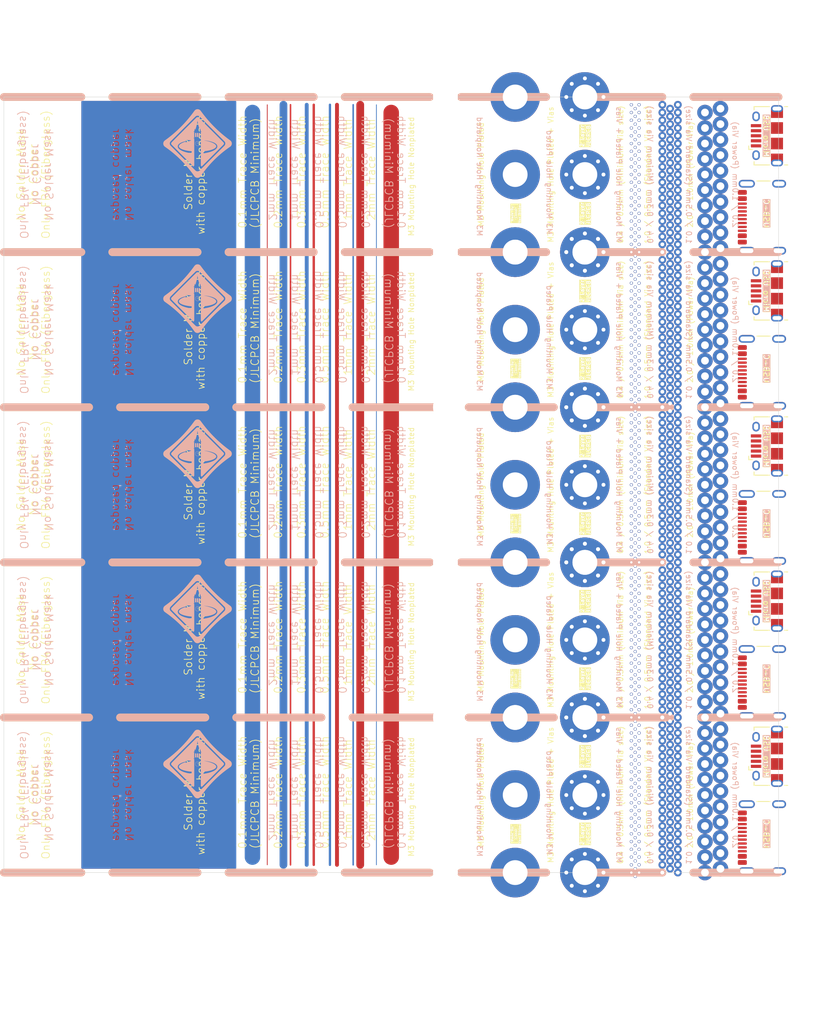
<source format=kicad_pcb>
(kicad_pcb (version 20240108) (generator "pcbnew") (generator_version "8.0")
  (layers (0 "F.Cu" signal) (31 "B.Cu" signal) (34 "B.Paste" user) (35 "F.Paste" user) (36 "B.SilkS" user "B.Silkscreen") (37 "F.SilkS" user "F.Silkscreen") (38 "B.Mask" user) (39 "F.Mask" user) (44 "Edge.Cuts" user))
  (net 0 "")
  (footprint "Connector_USB:USB_Micro-B_Amphenol_10118194_Horizontal" (layer "F.Cu") (at 153.5 115 90)
    (property "Reference" "REF**" (hide yes))
    (property "Value" "USB_Micro-B_Amphenol_10118194_Horizontal")
  )
  (footprint "MountingHole:MountingHole_3.2mm_M3" (layer "F.Cu") (at 112 60)
    (property "Reference" "REF**" (hide yes))
    (property "Value" "MountingHole_3.2mm_M3")
  )
  (footprint "MountingHole:MountingHole_3.2mm_M3_Pad" (layer "F.Cu") (at 121 50)
    (property "Reference" "REF**" (hide yes))
    (property "Value" "MountingHole_3.2mm_M3_Pad")
  )
  (footprint "Connector_USB:USB_Micro-B_Amphenol_10118194_Horizontal" (layer "F.Cu") (at 153.5 75 90)
    (property "Reference" "REF**" (hide yes))
    (property "Value" "USB_Micro-B_Amphenol_10118194_Horizontal")
  )
  (footprint "Connector_USB:USB_C_Receptacle_GCT_USB4105-xx-A_16P_TopMnt_Horizontal" (layer "F.Cu") (at 154 85.5 90)
    (property "Reference" "REF**" (hide yes))
    (property "Value" "USB_C_Receptacle_GCT_USB4105-xx-A_16P_TopMnt_Horizontal")
  )
  (footprint "Connector_USB:USB_C_Receptacle_GCT_USB4105-xx-A_16P_TopMnt_Horizontal" (layer "F.Cu") (at 154 105.5 90)
    (property "Reference" "REF**" (hide yes))
    (property "Value" "USB_C_Receptacle_GCT_USB4105-xx-A_16P_TopMnt_Horizontal")
  )
  (footprint "MountingHole:MountingHole_3.2mm_M3_Pad" (layer "F.Cu") (at 121 70)
    (property "Reference" "REF**" (hide yes))
    (property "Value" "MountingHole_3.2mm_M3_Pad")
  )
  (footprint "MountingHole:MountingHole_3.2mm_M3" (layer "F.Cu") (at 112 150)
    (property "Reference" "REF**" (hide yes))
    (property "Value" "MountingHole_3.2mm_M3")
  )
  (footprint "MountingHole:MountingHole_3.2mm_M3_Pad_Via" (layer "F.Cu") (at 130 50)
    (property "Reference" "REF**" (hide yes))
    (property "Value" "MountingHole_3.2mm_M3_Pad_Via")
  )
  (footprint "Connector_USB:USB_C_Receptacle_GCT_USB4105-xx-A_16P_TopMnt_Horizontal" (layer "F.Cu") (at 154 65.5 90)
    (property "Reference" "REF**" (hide yes))
    (property "Value" "USB_C_Receptacle_GCT_USB4105-xx-A_16P_TopMnt_Horizontal")
  )
  (footprint "MountingHole:MountingHole_3.2mm_M3_Pad" (layer "F.Cu") (at 121 110)
    (property "Reference" "REF**" (hide yes))
    (property "Value" "MountingHole_3.2mm_M3_Pad")
  )
  (footprint "MountingHole:MountingHole_3.2mm_M3" (layer "F.Cu") (at 112 130)
    (property "Reference" "REF**" (hide yes))
    (property "Value" "MountingHole_3.2mm_M3")
  )
  (footprint "MountingHole:MountingHole_3.2mm_M3_Pad" (layer "F.Cu") (at 121 60)
    (property "Reference" "REF**" (hide yes))
    (property "Value" "MountingHole_3.2mm_M3_Pad")
  )
  (footprint "MountingHole:MountingHole_3.2mm_M3_Pad_Via" (layer "F.Cu") (at 130 80)
    (property "Reference" "REF**" (hide yes))
    (property "Value" "MountingHole_3.2mm_M3_Pad_Via")
  )
  (footprint "MountingHole:MountingHole_3.2mm_M3" (layer "F.Cu") (at 112 50)
    (property "Reference" "REF**" (hide yes))
    (property "Value" "MountingHole_3.2mm_M3")
  )
  (footprint "MountingHole:MountingHole_3.2mm_M3_Pad_Via" (layer "F.Cu") (at 130 110)
    (property "Reference" "REF**" (hide yes))
    (property "Value" "MountingHole_3.2mm_M3_Pad_Via")
  )
  (footprint "MountingHole:MountingHole_3.2mm_M3_Pad_Via" (layer "F.Cu") (at 130 140)
    (property "Reference" "REF**" (hide yes))
    (property "Value" "MountingHole_3.2mm_M3_Pad_Via")
  )
  (footprint "MountingHole:MountingHole_3.2mm_M3_Pad_Via" (layer "F.Cu") (at 130 110)
    (property "Reference" "REF**" (hide yes))
    (property "Value" "MountingHole_3.2mm_M3_Pad_Via")
  )
  (footprint "MountingHole:MountingHole_3.2mm_M3" (layer "F.Cu") (at 112 140)
    (property "Reference" "REF**" (hide yes))
    (property "Value" "MountingHole_3.2mm_M3")
  )
  (footprint "MountingHole:MountingHole_3.2mm_M3" (layer "F.Cu") (at 112 120)
    (property "Reference" "REF**" (hide yes))
    (property "Value" "MountingHole_3.2mm_M3")
  )
  (footprint "MountingHole:MountingHole_3.2mm_M3" (layer "F.Cu") (at 112 70)
    (property "Reference" "REF**" (hide yes))
    (property "Value" "MountingHole_3.2mm_M3")
  )
  (footprint "MountingHole:MountingHole_3.2mm_M3_Pad_Via" (layer "F.Cu") (at 130 120)
    (property "Reference" "REF**" (hide yes))
    (property "Value" "MountingHole_3.2mm_M3_Pad_Via")
  )
  (footprint "MountingHole:MountingHole_3.2mm_M3" (layer "F.Cu") (at 112 100)
    (property "Reference" "REF**" (hide yes))
    (property "Value" "MountingHole_3.2mm_M3")
  )
  (footprint "MountingHole:MountingHole_3.2mm_M3_Pad_Via" (layer "F.Cu") (at 130 150)
    (property "Reference" "REF**" (hide yes))
    (property "Value" "MountingHole_3.2mm_M3_Pad_Via")
  )
  (footprint "MountingHole:MountingHole_3.2mm_M3_Pad" (layer "F.Cu") (at 121 70)
    (property "Reference" "REF**" (hide yes))
    (property "Value" "MountingHole_3.2mm_M3_Pad")
  )
  (footprint "MountingHole:MountingHole_3.2mm_M3" (layer "F.Cu") (at 112 70)
    (property "Reference" "REF**" (hide yes))
    (property "Value" "MountingHole_3.2mm_M3")
  )
  (footprint "MountingHole:MountingHole_3.2mm_M3_Pad" (layer "F.Cu") (at 121 110)
    (property "Reference" "REF**" (hide yes))
    (property "Value" "MountingHole_3.2mm_M3_Pad")
  )
  (footprint "Connector_USB:USB_Micro-B_Amphenol_10118194_Horizontal" (layer "F.Cu") (at 153.5 55 90)
    (property "Reference" "REF**" (hide yes))
    (property "Value" "USB_Micro-B_Amphenol_10118194_Horizontal")
  )
  (footprint "Connector_USB:USB_C_Receptacle_GCT_USB4105-xx-A_16P_TopMnt_Horizontal" (layer "F.Cu") (at 154 125.5 90)
    (property "Reference" "REF**" (hide yes))
    (property "Value" "USB_C_Receptacle_GCT_USB4105-xx-A_16P_TopMnt_Horizontal")
  )
  (footprint "MountingHole:MountingHole_3.2mm_M3_Pad" (layer "F.Cu") (at 121 90)
    (property "Reference" "REF**" (hide yes))
    (property "Value" "MountingHole_3.2mm_M3_Pad")
  )
  (footprint "MountingHole:MountingHole_3.2mm_M3_Pad" (layer "F.Cu") (at 121 140)
    (property "Reference" "REF**" (hide yes))
    (property "Value" "MountingHole_3.2mm_M3_Pad")
  )
  (footprint "MountingHole:MountingHole_3.2mm_M3_Pad_Via" (layer "F.Cu") (at 130 60)
    (property "Reference" "REF**" (hide yes))
    (property "Value" "MountingHole_3.2mm_M3_Pad_Via")
  )
  (footprint "Connector_USB:USB_C_Receptacle_GCT_USB4105-xx-A_16P_TopMnt_Horizontal" (layer "F.Cu") (at 154 145.5 90)
    (property "Reference" "REF**" (hide yes))
    (property "Value" "USB_C_Receptacle_GCT_USB4105-xx-A_16P_TopMnt_Horizontal")
  )
  (footprint "MountingHole:MountingHole_3.2mm_M3_Pad" (layer "F.Cu") (at 121 80)
    (property "Reference" "REF**" (hide yes))
    (property "Value" "MountingHole_3.2mm_M3_Pad")
  )
  (footprint "MountingHole:MountingHole_3.2mm_M3_Pad" (layer "F.Cu") (at 121 120)
    (property "Reference" "REF**" (hide yes))
    (property "Value" "MountingHole_3.2mm_M3_Pad")
  )
  (footprint "MountingHole:MountingHole_3.2mm_M3_Pad" (layer "F.Cu") (at 121 90)
    (property "Reference" "REF**" (hide yes))
    (property "Value" "MountingHole_3.2mm_M3_Pad")
  )
  (footprint "MountingHole:MountingHole_3.2mm_M3" (layer "F.Cu") (at 112 80)
    (property "Reference" "REF**" (hide yes))
    (property "Value" "MountingHole_3.2mm_M3")
  )
  (footprint "MountingHole:MountingHole_3.2mm_M3_Pad_Via" (layer "F.Cu") (at 130 130)
    (property "Reference" "REF**" (hide yes))
    (property "Value" "MountingHole_3.2mm_M3_Pad_Via")
  )
  (footprint "MountingHole:MountingHole_3.2mm_M3_Pad" (layer "F.Cu") (at 121 130)
    (property "Reference" "REF**" (hide yes))
    (property "Value" "MountingHole_3.2mm_M3_Pad")
  )
  (footprint "MountingHole:MountingHole_3.2mm_M3_Pad_Via" (layer "F.Cu") (at 130 100)
    (property "Reference" "REF**" (hide yes))
    (property "Value" "MountingHole_3.2mm_M3_Pad_Via")
  )
  (footprint "MountingHole:MountingHole_3.2mm_M3_Pad" (layer "F.Cu") (at 121 150)
    (property "Reference" "REF**" (hide yes))
    (property "Value" "MountingHole_3.2mm_M3_Pad")
  )
  (footprint "MountingHole:MountingHole_3.2mm_M3_Pad_Via" (layer "F.Cu") (at 130 90)
    (property "Reference" "REF**" (hide yes))
    (property "Value" "MountingHole_3.2mm_M3_Pad_Via")
  )
  (footprint "Connector_USB:USB_Micro-B_Amphenol_10118194_Horizontal" (layer "F.Cu") (at 153.5 135 90)
    (property "Reference" "REF**" (hide yes))
    (property "Value" "USB_Micro-B_Amphenol_10118194_Horizontal")
  )
  (footprint "MountingHole:MountingHole_3.2mm_M3" (layer "F.Cu") (at 112 90)
    (property "Reference" "REF**" (hide yes))
    (property "Value" "MountingHole_3.2mm_M3")
  )
  (footprint "MountingHole:MountingHole_3.2mm_M3_Pad_Via" (layer "F.Cu") (at 130 70)
    (property "Reference" "REF**" (hide yes))
    (property "Value" "MountingHole_3.2mm_M3_Pad_Via")
  )
  (footprint "MountingHole:MountingHole_3.2mm_M3_Pad" (layer "F.Cu") (at 121 100)
    (property "Reference" "REF**" (hide yes))
    (property "Value" "MountingHole_3.2mm_M3_Pad")
  )
  (footprint "MountingHole:MountingHole_3.2mm_M3_Pad_Via" (layer "F.Cu") (at 130 90)
    (property "Reference" "REF**" (hide yes))
    (property "Value" "MountingHole_3.2mm_M3_Pad_Via")
  )
  (footprint "MountingHole:MountingHole_3.2mm_M3" (layer "F.Cu") (at 112 110)
    (property "Reference" "REF**" (hide yes))
    (property "Value" "MountingHole_3.2mm_M3")
  )
  (footprint "MountingHole:MountingHole_3.2mm_M3" (layer "F.Cu") (at 112 130)
    (property "Reference" "REF**" (hide yes))
    (property "Value" "MountingHole_3.2mm_M3")
  )
  (footprint "Connector_USB:USB_Micro-B_Amphenol_10118194_Horizontal" (layer "F.Cu") (at 153.5 95 90)
    (property "Reference" "REF**" (hide yes))
    (property "Value" "USB_Micro-B_Amphenol_10118194_Horizontal")
  )
  (footprint "MountingHole:MountingHole_3.2mm_M3" (layer "F.Cu") (at 112 90)
    (property "Reference" "REF**" (hide yes))
    (property "Value" "MountingHole_3.2mm_M3")
  )
  (footprint "MountingHole:MountingHole_3.2mm_M3_Pad_Via" (layer "F.Cu") (at 130 130)
    (property "Reference" "REF**" (hide yes))
    (property "Value" "MountingHole_3.2mm_M3_Pad_Via")
  )
  (footprint "MountingHole:MountingHole_3.2mm_M3" (layer "F.Cu") (at 112 110)
    (property "Reference" "REF**" (hide yes))
    (property "Value" "MountingHole_3.2mm_M3")
  )
  (footprint "MountingHole:MountingHole_3.2mm_M3_Pad_Via" (layer "F.Cu") (at 130 70)
    (property "Reference" "REF**" (hide yes))
    (property "Value" "MountingHole_3.2mm_M3_Pad_Via")
  )
  (footprint "MountingHole:MountingHole_3.2mm_M3_Pad" (layer "F.Cu") (at 121 130)
    (property "Reference" "REF**" (hide yes))
    (property "Value" "MountingHole_3.2mm_M3_Pad")
  )
  (footprint "LOGO" (layer "B.Cu") (at 80 85 180)
    (property "Reference" "G***" (hide yes))
    (property "Value" "LOGO" (hide yes))
  )
  (footprint "LOGO" (layer "B.Cu") (at 80 136 180)
    (property "Reference" "G***" (hide yes))
    (property "Value" "LOGO" (hide yes))
  )
  (footprint "LOGO" (layer "B.Cu") (at 80 116 180)
    (property "Reference" "G***" (hide yes))
    (property "Value" "LOGO" (hide yes))
  )
  (footprint "LOGO" (layer "B.Cu") (at 80 105 180)
    (property "Reference" "G***" (hide yes))
    (property "Value" "LOGO" (hide yes))
  )
  (footprint "LOGO" (layer "B.Cu") (at 80 145 180)
    (property "Reference" "G***" (hide yes))
    (property "Value" "LOGO" (hide yes))
  )
  (footprint "LOGO" (layer "B.Cu") (at 80 96 180)
    (property "Reference" "G***" (hide yes))
    (property "Value" "LOGO" (hide yes))
  )
  (footprint "LOGO" (layer "B.Cu") (at 80 65 180)
    (property "Reference" "G***" (hide yes))
    (property "Value" "LOGO" (hide yes))
  )
  (footprint "LOGO" (layer "B.Cu") (at 80 125 180)
    (property "Reference" "G***" (hide yes))
    (property "Value" "LOGO" (hide yes))
  )
  (footprint "LOGO" (layer "B.Cu") (at 80 76 180)
    (property "Reference" "G***" (hide yes))
    (property "Value" "LOGO" (hide yes))
  )
  (footprint "LOGO" (layer "B.Cu") (at 80 56 180)
    (property "Reference" "G***" (hide yes))
    (property "Value" "LOGO" (hide yes))
  )
  (gr_line (start 155 150) (end 55 150) (stroke (width 1) (type dash)) (layer "B.SilkS"))
  (gr_line (start 55 130) (end 155 130) (stroke (width 1) (type dash)) (layer "B.SilkS"))
  (gr_line (start 155 70) (end 55 70) (stroke (width 1) (type dash)) (layer "B.SilkS"))
  (gr_line (start 55 90) (end 155 90) (stroke (width 1) (type dash)) (layer "B.SilkS"))
  (gr_line (start 155 110) (end 55 110) (stroke (width 1) (type dash)) (layer "B.SilkS"))
  (gr_line (start 155 50) (end 55 50) (stroke (width 1) (type dash)) (layer "B.SilkS"))
  (gr_line (start 55 130) (end 155 130) (stroke (width 1) (type dash)) (layer "F.SilkS"))
  (gr_line (start 155 70) (end 55 70) (stroke (width 1) (type dash)) (layer "F.SilkS"))
  (gr_line (start 55 90) (end 155 90) (stroke (width 1) (type dash)) (layer "F.SilkS"))
  (gr_line (start 155 110) (end 55 110) (stroke (width 1) (type dash)) (layer "F.SilkS"))
  (gr_line (start 155 150) (end 55 150) (stroke (width 1) (type dash)) (layer "F.SilkS"))
  (gr_line (start 155 50) (end 55 50) (stroke (width 1) (type dash)) (layer "F.SilkS"))
  (gr_rect (start 55 50) (end 155 150) (stroke (width 0.05)) (fill none) (layer "Edge.Cuts"))
  (gr_text "No solder mask\nexposed copper" (at 71 80 90) (layer "F.Cu" knockout) (effects (font (size 1 1) (thickness 0.1)) (justify bottom)))
  (gr_text "No solder mask\nexposed copper" (at 71 60 90) (layer "F.Cu" knockout) (effects (font (size 1 1) (thickness 0.1)) (justify bottom)))
  (gr_text "No solder mask\nexposed copper" (at 71 100 90) (layer "F.Cu" knockout) (effects (font (size 1 1) (thickness 0.1)) (justify bottom)))
  (gr_text "No solder mask\nexposed copper" (at 71 140 90) (layer "F.Cu" knockout) (effects (font (size 1 1) (thickness 0.1)) (justify bottom)))
  (gr_text "No solder mask\nexposed copper" (at 71 120 90) (layer "F.Cu" knockout) (effects (font (size 1 1) (thickness 0.1)) (justify bottom)))
  (gr_text "No solder mask\nexposed copper" (at 69 60 -90) (layer "B.Cu" knockout) (effects (font (size 1 1) (thickness 0.1)) (justify bottom mirror)))
  (gr_text "No solder mask\nexposed copper" (at 69 140 -90) (layer "B.Cu" knockout) (effects (font (size 1 1) (thickness 0.1)) (justify bottom mirror)))
  (gr_text "No solder mask\nexposed copper" (at 69 100 -90) (layer "B.Cu" knockout) (effects (font (size 1 1) (thickness 0.1)) (justify bottom mirror)))
  (gr_text "No solder mask\nexposed copper" (at 69 80 -90) (layer "B.Cu" knockout) (effects (font (size 1 1) (thickness 0.1)) (justify bottom mirror)))
  (gr_text "No solder mask\nexposed copper" (at 69 120 -90) (layer "B.Cu" knockout) (effects (font (size 1 1) (thickness 0.1)) (justify bottom mirror)))
  (gr_text "Micro USB\n" (at 153 55 270) (layer "B.SilkS" knockout) (effects (font (size 0.7 0.7) (thickness 0.14) (bold yes)) (justify bottom mirror)))
  (gr_text "1mm Trace Width\n" (at 92.090056 146 -90) (layer "B.SilkS") (effects (font (size 1 1) (thickness 0.1)) (justify left bottom mirror)))
  (gr_text "0.1mm Trace Width\n(JLCPCB Minimum)\n" (at 104.090056 87 -90) (layer "B.SilkS") (effects (font (size 1 1) (thickness 0.1)) (justify left bottom mirror)))
  (gr_text "M3 Mounting Hole Plated" (at 125 141 -90) (layer "B.SilkS") (effects (font (size 0.7 0.7) (thickness 0.1)) (justify bottom mirror)))
  (gr_text "M3 Mounting Hole Plated + Vias" (at 134 80 -90) (layer "B.SilkS") (effects (font (size 0.7 0.7) (thickness 0.1)) (justify bottom mirror)))
  (gr_text "No Solder Mask\nNo Copper\nOnly FR4 (Fiberglass)" (at 57 80 -90) (layer "B.SilkS") (effects (font (size 1 1) (thickness 0.1)) (justify bottom mirror)))
  (gr_text "M3 Mounting Hole Nonplated" (at 116 68 -90) (layer "B.SilkS") (effects (font (size 0.7 0.7) (thickness 0.1)) (justify left bottom mirror)))
  (gr_text "0.5mm Trace Width\n" (at 95.090056 127 -90) (layer "B.SilkS") (effects (font (size 1 1) (thickness 0.1)) (justify left bottom mirror)))
  (gr_text "0.3mm Trace Width\n" (at 98.090056 87 -90) (layer "B.SilkS") (effects (font (size 1 1) (thickness 0.1)) (justify left bottom mirror)))
  (gr_text "M3 Mounting Hole Plated + Vias" (at 134 140 -90) (layer "B.SilkS") (effects (font (size 0.7 0.7) (thickness 0.1)) (justify bottom mirror)))
  (gr_text "0.3mm Trace Width\n" (at 98.090056 67 -90) (layer "B.SilkS") (effects (font (size 1 1) (thickness 0.1)) (justify left bottom mirror)))
  (gr_text "Micro USB\n" (at 153 95 270) (layer "B.SilkS" knockout) (effects (font (size 0.7 0.7) (thickness 0.14) (bold yes)) (justify bottom mirror)))
  (gr_text "0.4 / 0.3mm (Minimum Via size)\n" (at 138 80 -90) (layer "B.SilkS") (effects (font (size 0.7 0.7) (thickness 0.1)) (justify bottom mirror)))
  (gr_text "USB-C" (at 153 105 270) (layer "B.SilkS" knockout) (effects (font (size 0.7 0.7) (thickness 0.14) (bold yes)) (justify bottom mirror)))
  (gr_text "0.2mm Trace Width\n" (at 101.090056 147 -90) (layer "B.SilkS") (effects (font (size 1 1) (thickness 0.1)) (justify left bottom mirror)))
  (gr_text "0.4 / 0.3mm (Minimum Via size)\n" (at 138 140 -90) (layer "B.SilkS") (effects (font (size 0.7 0.7) (thickness 0.1)) (justify bottom mirror)))
  (gr_text "2.0 / 1.0mm (Power Via)\n" (at 149 140 -90) (layer "B.SilkS") (effects (font (size 0.7 0.7) (thickness 0.1)) (justify bottom mirror)))
  (gr_text "No Solder Mask\nNo Copper\nOnly FR4 (Fiberglass)" (at 57 120 -90) (layer "B.SilkS") (effects (font (size 1 1) (thickness 0.1)) (justify bottom mirror)))
  (gr_text "2.0 / 1.0mm (Power Via)\n" (at 149 80 -90) (layer "B.SilkS") (effects (font (size 0.7 0.7) (thickness 0.1)) (justify bottom mirror)))
  (gr_text "M3 Mounting Hole Plated + Vias" (at 134 120 -90) (layer "B.SilkS") (effects (font (size 0.7 0.7) (thickness 0.1)) (justify bottom mirror)))
  (gr_text "1mm Trace Width\n" (at 92.090056 66 -90) (layer "B.SilkS") (effects (font (size 1 1) (thickness 0.1)) (justify left bottom mirror)))
  (gr_text "0.4 / 0.3mm (Minimum Via size)\n" (at 138 120 -90) (layer "B.SilkS") (effects (font (size 0.7 0.7) (thickness 0.1)) (justify bottom mirror)))
  (gr_text "1mm Trace Width\n" (at 92.090056 106 -90) (layer "B.SilkS") (effects (font (size 1 1) (thickness 0.1)) (justify left bottom mirror)))
  (gr_text "0.3mm Trace Width\n" (at 98.090056 127 -90) (layer "B.SilkS") (effects (font (size 1 1) (thickness 0.1)) (justify left bottom mirror)))
  (gr_text "M3 Mounting Hole Plated" (at 125 61 -90) (layer "B.SilkS") (effects (font (size 0.7 0.7) (thickness 0.1)) (justify bottom mirror)))
  (gr_text "1.0 / 0.5mm (Standard Via size)\n" (at 143 60 -90) (layer "B.SilkS") (effects (font (size 0.7 0.7) (thickness 0.1)) (justify bottom mirror)))
  (gr_text "0.1mm Trace Width\n(JLCPCB Minimum)\n" (at 104.090056 107 -90) (layer "B.SilkS") (effects (font (size 1 1) (thickness 0.1)) (justify left bottom mirror)))
  (gr_text "M3 Mounting Hole Plated" (at 125 81 -90) (layer "B.SilkS") (effects (font (size 0.7 0.7) (thickness 0.1)) (justify bottom mirror)))
  (gr_text "No Solder Mask\nNo Copper\nOnly FR4 (Fiberglass)" (at 57 140 -90) (layer "B.SilkS") (effects (font (size 1 1) (thickness 0.1)) (justify bottom mirror)))
  (gr_text "0.5mm Trace Width\n" (at 95.090056 67 -90) (layer "B.SilkS") (effects (font (size 1 1) (thickness 0.1)) (justify left bottom mirror)))
  (gr_text "1mm Trace Width\n" (at 92.090056 126 -90) (layer "B.SilkS") (effects (font (size 1 1) (thickness 0.1)) (justify left bottom mirror)))
  (gr_text "0.2mm Trace Width\n" (at 101.090056 87 -90) (layer "B.SilkS") (effects (font (size 1 1) (thickness 0.1)) (justify left bottom mirror)))
  (gr_text "1.0 / 0.5mm (Standard Via size)\n" (at 143 80 -90) (layer "B.SilkS") (effects (font (size 0.7 0.7) (thickness 0.1)) (justify bottom mirror)))
  (gr_text "0.1mm Trace Width\n(JLCPCB Minimum)\n" (at 104.090056 147 -90) (layer "B.SilkS") (effects (font (size 1 1) (thickness 0.1)) (justify left bottom mirror)))
  (gr_text "USB-C" (at 153 65 270) (layer "B.SilkS" knockout) (effects (font (size 0.7 0.7) (thickness 0.14) (bold yes)) (justify bottom mirror)))
  (gr_text "0.3mm Trace Width\n" (at 98.090056 107 -90) (layer "B.SilkS") (effects (font (size 1 1) (thickness 0.1)) (justify left bottom mirror)))
  (gr_text "Micro USB\n" (at 153 115 270) (layer "B.SilkS" knockout) (effects (font (size 0.7 0.7) (thickness 0.14) (bold yes)) (justify bottom mirror)))
  (gr_text "M3 Mounting Hole Plated + Vias" (at 134 60 -90) (layer "B.SilkS") (effects (font (size 0.7 0.7) (thickness 0.1)) (justify bottom mirror)))
  (gr_text "M3 Mounting Hole Plated + Vias" (at 134 100 -90) (layer "B.SilkS") (effects (font (size 0.7 0.7) (thickness 0.1)) (justify bottom mirror)))
  (gr_text "No Solder Mask\nNo Copper\nOnly FR4 (Fiberglass)" (at 57 60 -90) (layer "B.SilkS") (effects (font (size 1 1) (thickness 0.1)) (justify bottom mirror)))
  (gr_text "2mm Trace Width\n" (at 89.090056 66 -90) (layer "B.SilkS") (effects (font (size 1 1) (thickness 0.1)) (justify left bottom mirror)))
  (gr_text "2.0 / 1.0mm (Power Via)\n" (at 149 60 -90) (layer "B.SilkS") (effects (font (size 0.7 0.7) (thickness 0.1)) (justify bottom mirror)))
  (gr_text "0.2mm Trace Width\n" (at 101.090056 107 -90) (layer "B.SilkS") (effects (font (size 1 1) (thickness 0.1)) (justify left bottom mirror)))
  (gr_text "USB-C" (at 153 125 270) (layer "B.SilkS" knockout) (effects (font (size 0.7 0.7) (thickness 0.14) (bold yes)) (justify bottom mirror)))
  (gr_text "0.3mm Trace Width\n" (at 98.090056 147 -90) (layer "B.SilkS") (effects (font (size 1 1) (thickness 0.1)) (justify left bottom mirror)))
  (gr_text "1.0 / 0.5mm (Standard Via size)\n" (at 143 140 -90) (layer "B.SilkS") (effects (font (size 0.7 0.7) (thickness 0.1)) (justify bottom mirror)))
  (gr_text "Micro USB\n" (at 153 75 270) (layer "B.SilkS" knockout) (effects (font (size 0.7 0.7) (thickness 0.14) (bold yes)) (justify bottom mirror)))
  (gr_text "1mm Trace Width\n" (at 92.090056 86 -90) (layer "B.SilkS") (effects (font (size 1 1) (thickness 0.1)) (justify left bottom mirror)))
  (gr_text "2.0 / 1.0mm (Power Via)\n" (at 149 100 -90) (layer "B.SilkS") (effects (font (size 0.7 0.7) (thickness 0.1)) (justify bottom mirror)))
  (gr_text "Micro USB\n" (at 153 135 270) (layer "B.SilkS" knockout) (effects (font (size 0.7 0.7) (thickness 0.14) (bold yes)) (justify bottom mirror)))
  (gr_text "M3 Mounting Hole Nonplated" (at 116 128 -90) (layer "B.SilkS") (effects (font (size 0.7 0.7) (thickness 0.1)) (justify left bottom mirror)))
  (gr_text "2.0 / 1.0mm (Power Via)\n" (at 149 120 -90) (layer "B.SilkS") (effects (font (size 0.7 0.7) (thickness 0.1)) (justify bottom mirror)))
  (gr_text "M3 Mounting Hole Plated" (at 125 121 -90) (layer "B.SilkS") (effects (font (size 0.7 0.7) (thickness 0.1)) (justify bottom mirror)))
  (gr_text "0.2mm Trace Width\n" (at 101.090056 67 -90) (layer "B.SilkS") (effects (font (size 1 1) (thickness 0.1)) (justify left bottom mirror)))
  (gr_text "USB-C" (at 153 85 270) (layer "B.SilkS" knockout) (effects (font (size 0.7 0.7) (thickness 0.14) (bold yes)) (justify bottom mirror)))
  (gr_text "M3 Mounting Hole Nonplated" (at 116 148 -90) (layer "B.SilkS") (effects (font (size 0.7 0.7) (thickness 0.1)) (justify left bottom mirror)))
  (gr_text "0.5mm Trace Width\n" (at 95.090056 147 -90) (layer "B.SilkS") (effects (font (size 1 1) (thickness 0.1)) (justify left bottom mirror)))
  (gr_text "M3 Mounting Hole Nonplated" (at 116 88 -90) (layer "B.SilkS") (effects (font (size 0.7 0.7) (thickness 0.1)) (justify left bottom mirror)))
  (gr_text "M3 Mounting Hole Nonplated" (at 116 108 -90) (layer "B.SilkS") (effects (font (size 0.7 0.7) (thickness 0.1)) (justify left bottom mirror)))
  (gr_text "2mm Trace Width\n" (at 89.090056 86 -90) (layer "B.SilkS") (effects (font (size 1 1) (thickness 0.1)) (justify left bottom mirror)))
  (gr_text "0.1mm Trace Width\n(JLCPCB Minimum)\n" (at 104.090056 127 -90) (layer "B.SilkS") (effects (font (size 1 1) (thickness 0.1)) (justify left bottom mirror)))
  (gr_text "0.5mm Trace Width\n" (at 95.090056 87 -90) (layer "B.SilkS") (effects (font (size 1 1) (thickness 0.1)) (justify left bottom mirror)))
  (gr_text "1.0 / 0.5mm (Standard Via size)\n" (at 143 100 -90) (layer "B.SilkS") (effects (font (size 0.7 0.7) (thickness 0.1)) (justify bottom mirror)))
  (gr_text "No Solder Mask\nNo Copper\nOnly FR4 (Fiberglass)" (at 57 100 -90) (layer "B.SilkS") (effects (font (size 1 1) (thickness 0.1)) (justify bottom mirror)))
  (gr_text "0.2mm Trace Width\n" (at 101.090056 127 -90) (layer "B.SilkS") (effects (font (size 1 1) (thickness 0.1)) (justify left bottom mirror)))
  (gr_text "2mm Trace Width\n" (at 89.090056 106 -90) (layer "B.SilkS") (effects (font (size 1 1) (thickness 0.1)) (justify left bottom mirror)))
  (gr_text "0.5mm Trace Width\n" (at 95.090056 107 -90) (layer "B.SilkS") (effects (font (size 1 1) (thickness 0.1)) (justify left bottom mirror)))
  (gr_text "1.0 / 0.5mm (Standard Via size)\n" (at 143 120 -90) (layer "B.SilkS") (effects (font (size 0.7 0.7) (thickness 0.1)) (justify bottom mirror)))
  (gr_text "0.4 / 0.3mm (Minimum Via size)\n" (at 138 60 -90) (layer "B.SilkS") (effects (font (size 0.7 0.7) (thickness 0.1)) (justify bottom mirror)))
  (gr_text "0.1mm Trace Width\n(JLCPCB Minimum)\n" (at 104.090056 67 -90) (layer "B.SilkS") (effects (font (size 1 1) (thickness 0.1)) (justify left bottom mirror)))
  (gr_text "USB-C" (at 153 145 270) (layer "B.SilkS" knockout) (effects (font (size 0.7 0.7) (thickness 0.14) (bold yes)) (justify bottom mirror)))
  (gr_text "M3 Mounting Hole Plated" (at 125 101 -90) (layer "B.SilkS") (effects (font (size 0.7 0.7) (thickness 0.1)) (justify bottom mirror)))
  (gr_text "2mm Trace Width\n" (at 89.090056 146 -90) (layer "B.SilkS") (effects (font (size 1 1) (thickness 0.1)) (justify left bottom mirror)))
  (gr_text "2mm Trace Width\n" (at 89.090056 126 -90) (layer "B.SilkS") (effects (font (size 1 1) (thickness 0.1)) (justify left bottom mirror)))
  (gr_text "0.4 / 0.3mm (Minimum Via size)\n" (at 138 100 -90) (layer "B.SilkS") (effects (font (size 0.7 0.7) (thickness 0.1)) (justify bottom mirror)))
  (gr_text "1mm Trace Width\n" (at 100 66 90) (layer "F.SilkS") (effects (font (size 1 1) (thickness 0.1)) (justify left bottom)))
  (gr_text "0.4 / 0.3mm (Minimum Via size)\n" (at 135 80 90) (layer "F.SilkS") (effects (font (size 0.7 0.7) (thickness 0.1)) (justify bottom)))
  (gr_text "M3 Mounting Hole Plated + Vias" (at 126 120 90) (layer "F.SilkS") (effects (font (size 0.7 0.7) (thickness 0.1)) (justify bottom)))
  (gr_text "M3 Mounting Hole Plated" (at 117 140 90) (layer "F.SilkS") (effects (font (size 0.7 0.7) (thickness 0.1)) (justify bottom)))
  (gr_text "Micro USB\n" (at 153 95 -90) (layer "F.SilkS" knockout) (effects (font (size 0.7 0.7) (thickness 0.14) (bold yes)) (justify bottom)))
  (gr_text "1mm Trace Width\n" (at 100 126 90) (layer "F.SilkS") (effects (font (size 1 1) (thickness 0.1)) (justify left bottom)))
  (gr_text "Solder Mask\nwith copper beneath" (at 81 140 90) (layer "F.SilkS") (effects (font (size 1 1) (thickness 0.1)) (justify bottom)))
  (gr_text "2 Layer\nJLCPCB" (at 130.75 76.5 90) (layer "F.SilkS" knockout) (effects (font (size 0.5 0.5) (thickness 0.1)) (justify left bottom)))
  (gr_text "USB-C" (at 153 125 -90) (layer "F.SilkS" knockout) (effects (font (size 0.7 0.7) (thickness 0.14) (bold yes)) (justify bottom)))
  (gr_text "2 Layer\nJLCPCB" (at 130.75 96.5 90) (layer "F.SilkS" knockout) (effects (font (size 0.5 0.5) (thickness 0.1)) (justify left bottom)))
  (gr_text "2 Layer\nJLCPCB" (at 130.75 116.5 90) (layer "F.SilkS" knockout) (effects (font (size 0.5 0.5) (thickness 0.1)) (justify left bottom)))
  (gr_text "M3 Mounting Hole Plated" (at 117 120 90) (layer "F.SilkS") (effects (font (size 0.7 0.7) (thickness 0.1)) (justify bottom)))
  (gr_text "M3 Mounting Hole Plated + Vias" (at 126 60 90) (layer "F.SilkS") (effects (font (size 0.7 0.7) (thickness 0.1)) (justify bottom)))
  (gr_text "M3 Mounting Hole Plated + Vias" (at 126 140 90) (layer "F.SilkS") (effects (font (size 0.7 0.7) (thickness 0.1)) (justify bottom)))
  (gr_text "No Solder Mask\nNo Copper\nOnly FR4 (Fiberglass)" (at 61 80 90) (layer "F.SilkS") (effects (font (size 1 1) (thickness 0.1)) (justify bottom)))
  (gr_text "0.5mm Trace Width\n" (at 97 87 90) (layer "F.SilkS") (effects (font (size 1 1) (thickness 0.1)) (justify left bottom)))
  (gr_text "M3 Mounting Hole Plated" (at 117 100 90) (layer "F.SilkS") (effects (font (size 0.7 0.7) (thickness 0.1)) (justify bottom)))
  (gr_text "0.1mm Trace Width\n(JLCPCB Minimum)\n" (at 88 67 90) (layer "F.SilkS") (effects (font (size 1 1) (thickness 0.1)) (justify left bottom)))
  (gr_text "0.2mm Trace Width\n" (at 91 147 90) (layer "F.SilkS") (effects (font (size 1 1) (thickness 0.1)) (justify left bottom)))
  (gr_text "2.0 / 1.0mm (Power Via)\n" (at 144 140 90) (layer "F.SilkS") (effects (font (size 0.7 0.7) (thickness 0.1)) (justify bottom)))
  (gr_text "2 Layer\nJLCPCB" (at 130.75 146.5 90) (layer "F.SilkS" knockout) (effects (font (size 0.5 0.5) (thickness 0.1)) (justify left bottom)))
  (gr_text "2mm Trace Width\n" (at 103 66 90) (layer "F.SilkS") (effects (font (size 1 1) (thickness 0.1)) (justify left bottom)))
  (gr_text "2 Layer\nJLCPCB" (at 130.75 86.5 90) (layer "F.SilkS" knockout) (effects (font (size 0.5 0.5) (thickness 0.1)) (justify left bottom)))
  (gr_text "2 Layer\nJLCPCB" (at 130.75 106.5 90) (layer "F.SilkS" knockout) (effects (font (size 0.5 0.5) (thickness 0.1)) (justify left bottom)))
  (gr_text "0.3mm Trace Width\n" (at 94 107 90) (layer "F.SilkS") (effects (font (size 1 1) (thickness 0.1)) (justify left bottom)))
  (gr_text "1.0 / 0.5mm (Standard Via size)\n" (at 138.5 120 90) (layer "F.SilkS") (effects (font (size 0.7 0.7) (thickness 0.1)) (justify bottom)))
  (gr_text "M3 Mounting Hole Nonplated" (at 108 88 90) (layer "F.SilkS") (effects (font (size 0.7 0.7) (thickness 0.1)) (justify left bottom)))
  (gr_text "0.2mm Trace Width\n" (at 91 127 90) (layer "F.SilkS") (effects (font (size 1 1) (thickness 0.1)) (justify left bottom)))
  (gr_text "2mm Trace Width\n" (at 103 146 90) (layer "F.SilkS") (effects (font (size 1 1) (thickness 0.1)) (justify left bottom)))
  (gr_text "M3 Mounting Hole Plated + Vias" (at 126 100 90) (layer "F.SilkS") (effects (font (size 0.7 0.7) (thickness 0.1)) (justify bottom)))
  (gr_text "Solder Mask\nwith copper beneath" (at 81 120 90) (layer "F.SilkS") (effects (font (size 1 1) (thickness 0.1)) (justify bottom)))
  (gr_text "No Solder Mask\nNo Copper\nOnly FR4 (Fiberglass)" (at 61 140 90) (layer "F.SilkS") (effects (font (size 1 1) (thickness 0.1)) (justify bottom)))
  (gr_text "2mm Trace Width\n" (at 103 126 90) (layer "F.SilkS") (effects (font (size 1 1) (thickness 0.1)) (justify left bottom)))
  (gr_text "0.4 / 0.3mm (Minimum Via size)\n" (at 135 140 90) (layer "F.SilkS") (effects (font (size 0.7 0.7) (thickness 0.1)) (justify bottom)))
  (gr_text "USB-C" (at 153 85 -90) (layer "F.SilkS" knockout) (effects (font (size 0.7 0.7) (thickness 0.14) (bold yes)) (justify bottom)))
  (gr_text "M3 Mounting Hole Plated + Vias" (at 126 80 90) (layer "F.SilkS") (effects (font (size 0.7 0.7) (thickness 0.1)) (justify bottom)))
  (gr_text "M3 Mounting Hole Nonplated" (at 108 148 90) (layer "F.SilkS") (effects (font (size 0.7 0.7) (thickness 0.1)) (justify left bottom)))
  (gr_text "2 Layer\nJLCPCB" (at 130.75 136.5 90) (layer "F.SilkS" knockout) (effects (font (size 0.5 0.5) (thickness 0.1)) (justify left bottom)))
  (gr_text "Micro USB\n" (at 153 75 -90) (layer "F.SilkS" knockout) (effects (font (size 0.7 0.7) (thickness 0.14) (bold yes)) (justify bottom)))
  (gr_text "2mm Trace Width\n" (at 103 86 90) (layer "F.SilkS") (effects (font (size 1 1) (thickness 0.1)) (justify left bottom)))
  (gr_text "USB-C" (at 153 145 -90) (layer "F.SilkS" knockout) (effects (font (size 0.7 0.7) (thickness 0.14) (bold yes)) (justify bottom)))
  (gr_text "0.4 / 0.3mm (Minimum Via size)\n" (at 135 60 90) (layer "F.SilkS") (effects (font (size 0.7 0.7) (thickness 0.1)) (justify bottom)))
  (gr_text "0.4 / 0.3mm (Minimum Via size)\n" (at 135 120 90) (layer "F.SilkS") (effects (font (size 0.7 0.7) (thickness 0.1)) (justify bottom)))
  (gr_text "1.0 / 0.5mm (Standard Via size)\n" (at 138.5 100 90) (layer "F.SilkS") (effects (font (size 0.7 0.7) (thickness 0.1)) (justify bottom)))
  (gr_text "0.3mm Trace Width\n" (at 94 87 90) (layer "F.SilkS") (effects (font (size 1 1) (thickness 0.1)) (justify left bottom)))
  (gr_text "2mm Trace Width\n" (at 103 106 90) (layer "F.SilkS") (effects (font (size 1 1) (thickness 0.1)) (justify left bottom)))
  (gr_text "Made By:\nConor\nVan Bibber" (at 121.75 65 90) (layer "F.SilkS" knockout) (effects (font (size 0.3 0.3) (thickness 0.06) (bold yes)) (justify bottom)))
  (gr_text "M3 Mounting Hole Plated" (at 117 60 90) (layer "F.SilkS") (effects (font (size 0.7 0.7) (thickness 0.1)) (justify bottom)))
  (gr_text "2 Layer\nJLCPCB" (at 130.75 66.5 90) (layer "F.SilkS" knockout) (effects (font (size 0.5 0.5) (thickness 0.1)) (justify left bottom)))
  (gr_text "Micro USB\n" (at 153 135 -90) (layer "F.SilkS" knockout) (effects (font (size 0.7 0.7) (thickness 0.14) (bold yes)) (justify bottom)))
  (gr_text "0.3mm Trace Width\n" (at 94 67 90) (layer "F.SilkS") (effects (font (size 1 1) (thickness 0.1)) (justify left bottom)))
  (gr_text "2 Layer\nJLCPCB" (at 130.75 126.5 90) (layer "F.SilkS" knockout) (effects (font (size 0.5 0.5) (thickness 0.1)) (justify left bottom)))
  (gr_text "2.0 / 1.0mm (Power Via)\n" (at 144 100 90) (layer "F.SilkS") (effects (font (size 0.7 0.7) (thickness 0.1)) (justify bottom)))
  (gr_text "2.0 / 1.0mm (Power Via)\n" (at 144 80 90) (layer "F.SilkS") (effects (font (size 0.7 0.7) (thickness 0.1)) (justify bottom)))
  (gr_text "1mm Trace Width\n" (at 100 86 90) (layer "F.SilkS") (effects (font (size 1 1) (thickness 0.1)) (justify left bottom)))
  (gr_text "2.0 / 1.0mm (Power Via)\n" (at 144 120 90) (layer "F.SilkS") (effects (font (size 0.7 0.7) (thickness 0.1)) (justify bottom)))
  (gr_text "Solder Mask\nwith copper beneath" (at 81 80 90) (layer "F.SilkS") (effects (font (size 1 1) (thickness 0.1)) (justify bottom)))
  (gr_text "No Solder Mask\nNo Copper\nOnly FR4 (Fiberglass)" (at 61 60 90) (layer "F.SilkS") (effects (font (size 1 1) (thickness 0.1)) (justify bottom)))
  (gr_text "No Solder Mask\nNo Copper\nOnly FR4 (Fiberglass)" (at 61 100 90) (layer "F.SilkS") (effects (font (size 1 1) (thickness 0.1)) (justify bottom)))
  (gr_text "2 Layer\nJLCPCB" (at 130.75 56.5 90) (layer "F.SilkS" knockout) (effects (font (size 0.5 0.5) (thickness 0.1)) (justify left bottom)))
  (gr_text "1mm Trace Width\n" (at 100 106 90) (layer "F.SilkS") (effects (font (size 1 1) (thickness 0.1)) (justify left bottom)))
  (gr_text "USB-C" (at 153 105 -90) (layer "F.SilkS" knockout) (effects (font (size 0.7 0.7) (thickness 0.14) (bold yes)) (justify bottom)))
  (gr_text "0.4 / 0.3mm (Minimum Via size)\n" (at 135 100 90) (layer "F.SilkS") (effects (font (size 0.7 0.7) (thickness 0.1)) (justify bottom)))
  (gr_text "0.3mm Trace Width\n" (at 94 147 90) (layer "F.SilkS") (effects (font (size 1 1) (thickness 0.1)) (justify left bottom)))
  (gr_text "Solder Mask\nwith copper beneath" (at 81 60 90) (layer "F.SilkS") (effects (font (size 1 1) (thickness 0.1)) (justify bottom)))
  (gr_text "Micro USB\n" (at 153 55 -90) (layer "F.SilkS" knockout) (effects (font (size 0.7 0.7) (thickness 0.14) (bold yes)) (justify bottom)))
  (gr_text "1mm Trace Width\n" (at 100 146 90) (layer "F.SilkS") (effects (font (size 1 1) (thickness 0.1)) (justify left bottom)))
  (gr_text "0.3mm Trace Width\n" (at 94 127 90) (layer "F.SilkS") (effects (font (size 1 1) (thickness 0.1)) (justify left bottom)))
  (gr_text "0.2mm Trace Width\n" (at 91 67 90) (layer "F.SilkS") (effects (font (size 1 1) (thickness 0.1)) (justify left bottom)))
  (gr_text "Made By:\nConor\nVan Bibber" (at 121.75 125 90) (layer "F.SilkS" knockout) (effects (font (size 0.3 0.3) (thickness 0.06) (bold yes)) (justify bottom)))
  (gr_text "Made By:\nConor\nVan Bibber" (at 121.75 105 90) (layer "F.SilkS" knockout) (effects (font (size 0.3 0.3) (thickness 0.06) (bold yes)) (justify bottom)))
  (gr_text "0.1mm Trace Width\n(JLCPCB Minimum)\n" (at 88 107 90) (layer "F.SilkS") (effects (font (size 1 1) (thickness 0.1)) (justify left bottom)))
  (gr_text "0.2mm Trace Width\n" (at 91 107 90) (layer "F.SilkS") (effects (font (size 1 1) (thickness 0.1)) (justify left bottom)))
  (gr_text "M3 Mounting Hole Plated" (at 117 80 90) (layer "F.SilkS") (effects (font (size 0.7 0.7) (thickness 0.1)) (justify bottom)))
  (gr_text "0.5mm Trace Width\n" (at 97 107 90) (layer "F.SilkS") (effects (font (size 1 1) (thickness 0.1)) (justify left bottom)))
  (gr_text "0.5mm Trace Width\n" (at 97 147 90) (layer "F.SilkS") (effects (font (size 1 1) (thickness 0.1)) (justify left bottom)))
  (gr_text "0.1mm Trace Width\n(JLCPCB Minimum)\n" (at 88 87 90) (layer "F.SilkS") (effects (font (size 1 1) (thickness 0.1)) (justify left bottom)))
  (gr_text "M3 Mounting Hole Nonplated" (at 108 108 90) (layer "F.SilkS") (effects (font (size 0.7 0.7) (thickness 0.1)) (justify left bottom)))
  (gr_text "Solder Mask\nwith copper beneath" (at 81 100 90) (layer "F.SilkS") (effects (font (size 1 1) (thickness 0.1)) (justify bottom)))
  (gr_text "M3 Mounting Hole Nonplated" (at 108 128 90) (layer "F.SilkS") (effects (font (size 0.7 0.7) (thickness 0.1)) (justify left bottom)))
  (gr_text "M3 Mounting Hole Nonplated" (at 108 68 90) (layer "F.SilkS") (effects (font (size 0.7 0.7) (thickness 0.1)) (justify left bottom)))
  (gr_text "1.0 / 0.5mm (Standard Via size)\n" (at 138.5 60 90) (layer "F.SilkS") (effects (font (size 0.7 0.7) (thickness 0.1)) (justify bottom)))
  (gr_text "Micro USB\n" (at 153 115 -90) (layer "F.SilkS" knockout) (effects (font (size 0.7 0.7) (thickness 0.14) (bold yes)) (justify bottom)))
  (gr_text "No Solder Mask\nNo Copper\nOnly FR4 (Fiberglass)" (at 61 120 90) (layer "F.SilkS") (effects (font (size 1 1) (thickness 0.1)) (justify bottom)))
  (gr_text "2.0 / 1.0mm (Power Via)\n" (at 144 60 90) (layer "F.SilkS") (effects (font (size 0.7 0.7) (thickness 0.1)) (justify bottom)))
  (gr_text "Made By:\nConor\nVan Bibber" (at 121.75 85 90) (layer "F.SilkS" knockout) (effects (font (size 0.3 0.3) (thickness 0.06) (bold yes)) (justify bottom)))
  (gr_text "1.0 / 0.5mm (Standard Via size)\n" (at 138.5 140 90) (layer "F.SilkS") (effects (font (size 0.7 0.7) (thickness 0.1)) (justify bottom)))
  (gr_text "Made By:\nConor\nVan Bibber" (at 121.75 145 90) (layer "F.SilkS" knockout) (effects (font (size 0.3 0.3) (thickness 0.06) (bold yes)) (justify bottom)))
  (gr_text "USB-C" (at 153 65 -90) (layer "F.SilkS" knockout) (effects (font (size 0.7 0.7) (thickness 0.14) (bold yes)) (justify bottom)))
  (gr_text "0.5mm Trace Width\n" (at 97 127 90) (layer "F.SilkS") (effects (font (size 1 1) (thickness 0.1)) (justify left bottom)))
  (gr_text "1.0 / 0.5mm (Standard Via size)\n" (at 138.5 80 90) (layer "F.SilkS") (effects (font (size 0.7 0.7) (thickness 0.1)) (justify bottom)))
  (gr_text "0.1mm Trace Width\n(JLCPCB Minimum)\n" (at 88 127 90) (layer "F.SilkS") (effects (font (size 1 1) (thickness 0.1)) (justify left bottom)))
  (gr_text "0.1mm Trace Width\n(JLCPCB Minimum)\n" (at 88 147 90) (layer "F.SilkS") (effects (font (size 1 1) (thickness 0.1)) (justify left bottom)))
  (gr_text "0.5mm Trace Width\n" (at 97 67 90) (layer "F.SilkS") (effects (font (size 1 1) (thickness 0.1)) (justify left bottom)))
  (gr_text "0.2mm Trace Width\n" (at 91 87 90) (layer "F.SilkS") (effects (font (size 1 1) (thickness 0.1)) (justify left bottom)))
  (segment (start 95 51) (end 95 149) (width 0.3) (layer "F.Cu") (net 0))
  (segment (start 92 51) (end 92 149) (width 0.2) (layer "F.Cu") (net 0))
  (segment (start 101 51) (end 101 149) (width 1) (layer "F.Cu") (net 0))
  (segment (start 105 52) (end 105 148) (width 2) (layer "F.Cu") (net 0))
  (segment (start 98 51) (end 98 149) (width 0.5) (layer "F.Cu") (net 0))
  (segment (start 89 51) (end 89 149) (width 0.1) (layer "F.Cu") (net 0))
  (via (at 145.5 100) (size 2) (drill 1) (layers "F.Cu" "B.Cu") (net 0))
  (via (at 136 145) (size 0.4) (drill 0.3) (layers "F.Cu" "B.Cu") (net 0))
  (via (at 142 65) (size 1) (drill 0.5) (layers "F.Cu" "B.Cu") (net 0))
  (via (at 142 56) (size 1) (drill 0.5) (layers "F.Cu" "B.Cu") (net 0))
  (via (at 145.5 92) (size 2) (drill 1) (layers "F.Cu" "B.Cu") (net 0))
  (via (at 136 52) (size 0.4) (drill 0.3) (layers "F.Cu" "B.Cu") (net 0))
  (via (at 140 134) (size 1) (drill 0.5) (layers "F.Cu" "B.Cu") (net 0))
  (via (at 142 130) (size 1) (drill 0.5) (layers "F.Cu" "B.Cu") (net 0))
  (via (at 142 96) (size 1) (drill 0.5) (layers "F.Cu" "B.Cu") (net 0))
  (via (at 140 94) (size 1) (drill 0.5) (layers "F.Cu" "B.Cu") (net 0))
  (via (at 137 136) (size 0.4) (drill 0.3) (layers "F.Cu" "B.Cu") (net 0))
  (via (at 137 127) (size 0.4) (drill 0.3) (layers "F.Cu" "B.Cu") (net 0))
  (via (at 136 108) (size 0.4) (drill 0.3) (layers "F.Cu" "B.Cu") (net 0))
  (via (at 137 141) (size 0.4) (drill 0.3) (layers "F.Cu" "B.Cu") (net 0))
  (via (at 142 89) (size 1) (drill 0.5) (layers "F.Cu" "B.Cu") (net 0))
  (via (at 136.5 144.5) (size 0.4) (drill 0.3) (layers "F.Cu" "B.Cu") (net 0))
  (via (at 136.5 122.5) (size 0.4) (drill 0.3) (layers "F.Cu" "B.Cu") (net 0))
  (via (at 142 78) (size 1) (drill 0.5) (layers "F.Cu" "B.Cu") (net 0))
  (via (at 136.5 135.5) (size 0.4) (drill 0.3) (layers "F.Cu" "B.Cu") (net 0))
  (via (at 137 112) (size 0.4) (drill 0.3) (layers "F.Cu" "B.Cu") (net 0))
  (via (at 136 99) (size 0.4) (drill 0.3) (layers "F.Cu" "B.Cu") (net 0))
  (via (at 142 143) (size 1) (drill 0.5) (layers "F.Cu" "B.Cu") (net 0))
  (via (at 136.5 66.5) (size 0.4) (drill 0.3) (layers "F.Cu" "B.Cu") (net 0))
  (via (at 140 124) (size 1) (drill 0.5) (layers "F.Cu" "B.Cu") (net 0))
  (via (at 140 143) (size 1) (drill 0.5) (layers "F.Cu" "B.Cu") (net 0))
  (via (at 145.5 66) (size 2) (drill 1) (layers "F.Cu" "B.Cu") (net 0))
  (via (at 136 72) (size 0.4) (drill 0.3) (layers "F.Cu" "B.Cu") (net 0))
  (via (at 137 107) (size 0.4) (drill 0.3) (layers "F.Cu" "B.Cu") (net 0))
  (via (at 136 64) (size 0.4) (drill 0.3) (layers "F.Cu" "B.Cu") (net 0))
  (via (at 141 113.5) (size 1) (drill 0.5) (layers "F.Cu" "B.Cu") (net 0))
  (via (at 140 130) (size 1) (drill 0.5) (layers "F.Cu" "B.Cu") (net 0))
  (via (at 137 101) (size 0.4) (drill 0.3) (layers "F.Cu" "B.Cu") (net 0))
  (via (at 147.5 141.5) (size 2) (drill 1) (layers "F.Cu" "B.Cu") (net 0))
  (via (at 142 131) (size 1) (drill 0.5) (layers "F.Cu" "B.Cu") (net 0))
  (via (at 140 122) (size 1) (drill 0.5) (layers "F.Cu" "B.Cu") (net 0))
  (via (at 141 116.5) (size 1) (drill 0.5) (layers "F.Cu" "B.Cu") (net 0))
  (via (at 136 69) (size 0.4) (drill 0.3) (layers "F.Cu" "B.Cu") (net 0))
  (via (at 136.5 59.5) (size 0.4) (drill 0.3) (layers "F.Cu" "B.Cu") (net 0))
  (via (at 136.5 138.5) (size 0.4) (drill 0.3) (layers "F.Cu" "B.Cu") (net 0))
  (via (at 140 106) (size 1) (drill 0.5) (layers "F.Cu" "B.Cu") (net 0))
  (via (at 141 135.5) (size 1) (drill 0.5) (layers "F.Cu" "B.Cu") (net 0))
  (via (at 142 93) (size 1) (drill 0.5) (layers "F.Cu" "B.Cu") (net 0))
  (via (at 140 115) (size 1) (drill 0.5) (layers "F.Cu" "B.Cu") (net 0))
  (via (at 136.5 128.5) (size 0.4) (drill 0.3) (layers "F.Cu" "B.Cu") (net 0))
  (via (at 136.5 109.5) (size 0.4) (drill 0.3) (layers "F.Cu" "B.Cu") (net 0))
  (via (at 137 75) (size 0.4) (drill 0.3) (layers "F.Cu" "B.Cu") (net 0))
  (via (at 141 60.5) (size 1) (drill 0.5) (layers "F.Cu" "B.Cu") (net 0))
  (via (at 142 84) (size 1) (drill 0.5) (layers "F.Cu" "B.Cu") (net 0))
  (via (at 141 112.5) (size 1) (drill 0.5) (layers "F.Cu" "B.Cu") (net 0))
  (via (at 136 79) (size 0.4) (drill 0.3) (layers "F.Cu" "B.Cu") (net 0))
  (via (at 145.5 122) (size 2) (drill 1) (layers "F.Cu" "B.Cu") (net 0))
  (via (at 141 132.5) (size 1) (drill 0.5) (layers "F.Cu" "B.Cu") (net 0))
  (via (at 136 119) (size 0.4) (drill 0.3) (layers "F.Cu" "B.Cu") (net 0))
  (via (at 137 111) (size 0.4) (drill 0.3) (layers "F.Cu" "B.Cu") (net 0))
  (via (at 137 116) (size 0.4) (drill 0.3) (layers "F.Cu" "B.Cu") (net 0))
  (via (at 136.5 137.5) (size 0.4) (drill 0.3) (layers "F.Cu" "B.Cu") (net 0))
  (via (at 140 92) (size 1) (drill 0.5) (layers "F.Cu" "B.Cu") (net 0))
  (via (at 140 148) (size 1) (drill 0.5) (layers "F.Cu" "B.Cu") (net 0))
  (via (at 141 146.5) (size 1) (drill 0.5) (layers "F.Cu" "B.Cu") (net 0))
  (via (at 141 89.5) (size 1) (drill 0.5) (layers "F.Cu" "B.Cu") (net 0))
  (via (at 137 68) (size 0.4) (drill 0.3) (layers "F.Cu" "B.Cu") (net 0))
  (via (at 137 128) (size 0.4) (drill 0.3) (layers "F.Cu" "B.Cu") (net 0))
  (via (at 137 83) (size 0.4) (drill 0.3) (layers "F.Cu" "B.Cu") (net 0))
  (via (at 145.5 128) (size 2) (drill 1) (layers "F.Cu" "B.Cu") (net 0))
  (via (at 145.5 138) (size 2) (drill 1) (layers "F.Cu" "B.Cu") (net 0))
  (via (at 142 123) (size 1) (drill 0.5) (layers "F.Cu" "B.Cu") (net 0))
  (via (at 140 137) (size 1) (drill 0.5) (layers "F.Cu" "B.Cu") (net 0))
  (via (at 142 85) (size 1) (drill 0.5) (layers "F.Cu" "B.Cu") (net 0))
  (via (at 137 88) (size 0.4) (drill 0.3) (layers "F.Cu" "B.Cu") (net 0))
  (via (at 141 108.5) (size 1) (drill 0.5) (layers "F.Cu" "B.Cu") (net 0))
  (via (at 140 140) (size 1) (drill 0.5) (layers "F.Cu" "B.Cu") (net 0))
  (via (at 142 63) (size 1) (drill 0.5) (layers "F.Cu" "B.Cu") (net 0))
  (via (at 141 73.5) (size 1) (drill 0.5) (layers "F.Cu" "B.Cu") (net 0))
  (via (at 141 65.5) (size 1) (drill 0.5) (layers "F.Cu" "B.Cu") (net 0))
  (via (at 136 94) (size 0.4) (drill 0.3) (layers "F.Cu" "B.Cu") (net 0))
  (via (at 141 94.5) (size 1) (drill 0.5) (layers "F.Cu" "B.Cu") (net 0))
  (via (at 140 110) (size 1) (drill 0.5) (layers "F.Cu" "B.Cu") (net 0))
  (via (at 142 81) (size 1) (drill 0.5) (layers "F.Cu" "B.Cu") (net 0))
  (via (at 136.5 76.5) (size 0.4) (drill 0.3) (layers "F.Cu" "B.Cu") (net 0))
  (via (at 136.5 64.5) (size 0.4) (drill 0.3) (layers "F.Cu" "B.Cu") (net 0))
  (via (at 147.5 115.5) (size 2) (drill 1) (layers "F.Cu" "B.Cu") (net 0))
  (via (at 142 132) (size 1) (drill 0.5) (layers "F.Cu" "B.Cu") (net 0))
  (via (at 136.5 119.5) (size 0.4) (drill 0.3) (layers "F.Cu" "B.Cu") (net 0))
  (via (at 140 123) (size 1) (drill 0.5) (layers "F.Cu" "B.Cu") (net 0))
  (via (at 147.5 111.5) (size 2) (drill 1) (layers "F.Cu" "B.Cu") (net 0))
  (via (at 147.5 105.5) (size 2) (drill 1) (layers "F.Cu" "B.Cu") (net 0))
  (via (at 136.5 110.5) (size 0.4) (drill 0.3) (layers "F.Cu" "B.Cu") (net 0))
  (via (at 145.5 78) (size 2) (drill 1) (layers "F.Cu" "B.Cu") (net 0))
  (via (at 137 140) (size 0.4) (drill 0.3) (layers "F.Cu" "B.Cu") (net 0))
  (via (at 147.5 123.5) (size 2) (drill 1) (layers "F.Cu" "B.Cu") (net 0))
  (via (at 140 133) (size 1) (drill 0.5) (layers "F.Cu" "B.Cu") (net 0))
  (via (at 147.5 117.5) (size 2) (drill 1) (layers "F.Cu" "B.Cu") (net 0))
  (via (at 137 76) (size 0.4) (drill 0.3) (layers "F.Cu" "B.Cu") (net 0))
  (via (at 136.5 63.5) (size 0.4) (drill 0.3) (layers "F.Cu" "B.Cu") (net 0))
  (via (at 136 84) (size 0.4) (drill 0.3) (layers "F.Cu" "B.Cu") (net 0))
  (via (at 147.5 101.5) (size 2) (drill 1) (layers "F.Cu" "B.Cu") (net 0))
  (via (at 145.5 54) (size 2) (drill 1) (layers "F.Cu" "B.Cu") (net 0))
  (via (at 136 60) (size 0.4) (drill 0.3) (layers "F.Cu" "B.Cu") (net 0))
  (via (at 137 108) (size 0.4) (drill 0.3) (layers "F.Cu" "B.Cu") (net 0))
  (via (at 140 114) (size 1) (drill 0.5) (layers "F.Cu" "B.Cu") (net 0))
  (via (at 136 118) (size 0.4) (drill 0.3) (layers "F.Cu" "B.Cu") (net 0))
  (via (at 141 88.5) (size 1) (drill 0.5) (layers "F.Cu" "B.Cu") (net 0))
  (via (at 142 101) (size 1) (drill 0.5) (layers "F.Cu" "B.Cu") (net 0))
  (via (at 142 148) (size 1) (drill 0.5) (layers "F.Cu" "B.Cu") (net 0))
  (via (at 140 105) (size 1) (drill 0.5) (layers "F.Cu" "B.Cu") (net 0))
  (via (at 141 54.5) (size 1) (drill 0.5) (layers "F.Cu" "B.Cu") (net 0))
  (via (at 137 87) (size 0.4) (drill 0.3) (layers "F.Cu" "B.Cu") (net 0))
  (via (at 141 122.5) (size 1) (drill 0.5) (layers "F.Cu" "B.Cu") (net 0))
  (via (at 137 131) (size 0.4) (drill 0.3) (layers "F.Cu" "B.Cu") (net 0))
  (via (at 142 113) (size 1) (drill 0.5) (layers "F.Cu" "B.Cu") (net 0))
  (via (at 140 127) (size 1) (drill 0.5) (layers "F.Cu" "B.Cu") (net 0))
  (via (at 137 96) (size 0.4) (drill 0.3) (layers "F.Cu" "B.Cu") (net 0))
  (via (at 145.5 94) (size 2) (drill 1) (layers "F.Cu" "B.Cu") (net 0))
  (via (at 136 76) (size 0.4) (drill 0.3) (layers "F.Cu" "B.Cu") (net 0))
  (via (at 136.5 72.5) (size 0.4) (drill 0.3) (layers "F.Cu" "B.Cu") (net 0))
  (via (at 136 74) (size 0.4) (drill 0.3) (layers "F.Cu" "B.Cu") (net 0))
  (via (at 136 92) (size 0.4) (drill 0.3) (layers "F.Cu" "B.Cu") (net 0))
  (via (at 141 59.5) (size 1) (drill 0.5) (layers "F.Cu" "B.Cu") (net 0))
  (via (at 141 95.5) (size 1) (drill 0.5) (layers "F.Cu" "B.Cu") (net 0))
  (via (at 142 94) (size 1) (drill 0.5) (layers "F.Cu" "B.Cu") (net 0))
  (via (at 141 63.5) (size 1) (drill 0.5) (layers "F.Cu" "B.Cu") (net 0))
  (via (at 137 149) (size 0.4) (drill 0.3) (layers "F.Cu" "B.Cu") (net 0))
  (via (at 136 116) (size 0.4) (drill 0.3) (layers "F.Cu" "B.Cu") (net 0))
  (via (at 136 110) (size 0.4) (drill 0.3) (layers "F.Cu" "B.Cu") (net 0))
  (via (at 142 103) (size 1) (drill 0.5) (layers "F.Cu" "B.Cu") (net 0))
  (via (at 136.5 75.5) (size 0.4) (drill 0.3) (layers "F.Cu" "B.Cu") (net 0))
  (via (at 137 86) (size 0.4) (drill 0.3) (layers "F.Cu" "B.Cu") (net 0))
  (via (at 145.5 68) (size 2) (drill 1) (layers "F.Cu" "B.Cu") (net 0))
  (via (at 136.5 141.5) (size 0.4) (drill 0.3) (layers "F.Cu" "B.Cu") (net 0))
  (via (at 137 148) (size 0.4) (drill 0.3) (layers "F.Cu" "B.Cu") (net 0))
  (via (at 140 89) (size 1) (drill 0.5) (layers "F.Cu" "B.Cu") (net 0))
  (via (at 136 90) (size 0.4) (drill 0.3) (layers "F.Cu" "B.Cu") (net 0))
  (via (at 140 146) (size 1) (drill 0.5) (layers "F.Cu" "B.Cu") (net 0))
  (via (at 142 122) (size 1) (drill 0.5) (layers "F.Cu" "B.Cu") (net 0))
  (via (at 136 121) (size 0.4) (drill 0.3) (layers "F.Cu" "B.Cu") (net 0))
  (via (at 137 82) (size 0.4) (drill 0.3) (layers "F.Cu" "B.Cu") (net 0))
  (via (at 136.5 126.5) (size 0.4) (drill 0.3) (layers "F.Cu" "B.Cu") (net 0))
  (via (at 136 102) (size 0.4) (drill 0.3) (layers "F.Cu" "B.Cu") (net 0))
  (via (at 136 68) (size 0.4) (drill 0.3) (layers "F.Cu" "B.Cu") (net 0))
  (via (at 140 136) (size 1) (drill 0.5) (layers "F.Cu" "B.Cu") (net 0))
  (via (at 142 147) (size 1) (drill 0.5) (layers "F.Cu" "B.Cu") (net 0))
  (via (at 137 99) (size 0.4) (drill 0.3) (layers "F.Cu" "B.Cu") (net 0))
  (via (at 137 61) (size 0.4) (drill 0.3) (layers "F.Cu" "B.Cu") (net 0))
  (via (at 136 142) (size 0.4) (drill 0.3) (layers "F.Cu" "B.Cu") (net 0))
  (via (at 147.5 131.5) (size 2) (drill 1) (layers "F.Cu" "B.Cu") (net 0))
  (via (at 141 56.5) (size 1) (drill 0.5) (layers "F.Cu" "B.Cu") (net 0))
  (via (at 137 95) (size 0.4) (drill 0.3) (layers "F.Cu" "B.Cu") (net 0))
  (via (at 136.5 51.5) (size 0.4) (drill 0.3) (layers "F.Cu" "B.Cu") (net 0))
  (via (at 142 95) (size 1) (drill 0.5) (layers "F.Cu" "B.Cu") (net 0))
  (via (at 137 134) (size 0.4) (drill 0.3) (layers "F.Cu" "B.Cu") (net 0))
  (via (at 140 149) (size 1) (drill 0.5) (layers "F.Cu" "B.Cu") (net 0))
  (via (at 147.5 147.5) (size 2) (drill 1) (layers "F.Cu" "B.Cu") (net 0))
  (via (at 136.5 101.5) (size 0.4) (drill 0.3) (layers "F.Cu" "B.Cu") (net 0))
  (via (at 141 106.5) (size 1) (drill 0.5) (layers "F.Cu" "B.Cu") (net 0))
  (via (at 136.5 117.5) (size 0.4) (drill 0.3) (layers "F.Cu" "B.Cu") (net 0))
  (via (at 136.5 83.5) (size 0.4) (drill 0.3) (layers "F.Cu" "B.Cu") (net 0))
  (via (at 147.5 107.5) (size 2) (drill 1) (layers "F.Cu" "B.Cu") (net 0))
  (via (at 141 72.5) (size 1) (drill 0.5) (layers "F.Cu" "B.Cu") (net 0))
  (via (at 137 79) (size 0.4) (drill 0.3) (layers "F.Cu" "B.Cu") (net 0))
  (via (at 136.5 136.5) (size 0.4) (drill 0.3) (layers "F.Cu" "B.Cu") (net 0))
  (via (at 137 70) (size 0.4) (drill 0.3) (layers "F.Cu" "B.Cu") (net 0))
  (via (at 141 128.5) (size 1) (drill 0.5) (layers "F.Cu" "B.Cu") (net 0))
  (via (at 136 56) (size 0.4) (drill 0.3) (layers "F.Cu" "B.Cu") (net 0))
  (via (at 142 106) (size 1) (drill 0.5) (layers "F.Cu" "B.Cu") (net 0))
  (via (at 141 55.5) (size 1) (drill 0.5) (layers "F.Cu" "B.Cu") (net 0))
  (via (at 145.5 70) (size 2) (drill 1) (layers "F.Cu" "B.Cu") (net 0))
  (via (at 136.5 82.5) (size 0.4) (drill 0.3) (layers "F.Cu" "B.Cu") (net 0))
  (via (at 137 81) (size 0.4) (drill 0.3) (layers "F.Cu" "B.Cu") (net 0))
  (via (at 136 112) (size 0.4) (drill 0.3) (layers "F.Cu" "B.Cu") (net 0))
  (via (at 136.5 129.5) (size 0.4) (drill 0.3) (layers "F.Cu" "B.Cu") (net 0))
  (via (at 145.5 52) (size 2) (drill 1) (layers "F.Cu" "B.Cu") (net 0))
  (via (at 142 118) (size 1) (drill 0.5) (layers "F.Cu" "B.Cu") (net 0))
  (via (at 136 106) (size 0.4) (drill 0.3) (layers "F.Cu" "B.Cu") (net 0))
  (via (at 136.5 146.5) (size 0.4) (drill 0.3) (layers "F.Cu" "B.Cu") (net 0))
  (via (at 142 138) (size 1) (drill 0.5) (layers "F.Cu" "B.Cu") (net 0))
  (via (at 142 150) (size 1) (drill 0.5) (layers "F.Cu" "B.Cu") (net 0))
  (via (at 136 81) (size 0.4) (drill 0.3) (layers "F.Cu" "B.Cu") (net 0))
  (via (at 137 89) (size 0.4) (drill 0.3) (layers "F.Cu" "B.Cu") (net 0))
  (via (at 136.5 74.5) (size 0.4) (drill 0.3) (layers "F.Cu" "B.Cu") (net 0))
  (via (at 140 121) (size 1) (drill 0.5) (layers "F.Cu" "B.Cu") (net 0))
  (via (at 141 71.5) (size 1) (drill 0.5) (layers "F.Cu" "B.Cu") (net 0))
  (via (at 140 70) (size 1) (drill 0.5) (layers "F.Cu" "B.Cu") (net 0))
  (via (at 136 96) (size 0.4) (drill 0.3) (layers "F.Cu" "B.Cu") (net 0))
  (via (at 141 75.5) (size 1) (drill 0.5) (layers "F.Cu" "B.Cu") (net 0))
  (via (at 136.5 98.5) (size 0.4) (drill 0.3) (layers "F.Cu" "B.Cu") (net 0))
  (via (at 136.5 120.5) (size 0.4) (drill 0.3) (layers "F.Cu" "B.Cu") (net 0))
  (via (at 140 95) (size 1) (drill 0.5) (layers "F.Cu" "B.Cu") (net 0))
  (via (at 136.5 123.5) (size 0.4) (drill 0.3) (layers "F.Cu" "B.Cu") (net 0))
  (via (at 141 149.5) (size 1) (drill 0.5) (layers "F.Cu" "B.Cu") (net 0))
  (via (at 136 122) (size 0.4) (drill 0.3) (layers "F.Cu" "B.Cu") (net 0))
  (via (at 136.5 142.5) (size 0.4) (drill 0.3) (layers "F.Cu" "B.Cu") (net 0))
  (via (at 147.5 67.5) (size 2) (drill 1) (layers "F.Cu" "B.Cu") (net 0))
  (via (at 140 59) (size 1) (drill 0.5) (layers "F.Cu" "B.Cu") (net 0))
  (via (at 136 123) (size 0.4) (drill 0.3) (layers "F.Cu" "B.Cu") (net 0))
  (via (at 137 115) (size 0.4) (drill 0.3) (layers "F.Cu" "B.Cu") (net 0))
  (via (at 140 76) (size 1) (drill 0.5) (layers "F.Cu" "B.Cu") (net 0))
  (via (at 141 119.5) (size 1) (drill 0.5) (layers "F.Cu" "B.Cu") (net 0))
  (via (at 137 133) (size 0.4) (drill 0.3) (layers "F.Cu" "B.Cu") (net 0))
  (via (at 142 108) (size 1) (drill 0.5) (layers "F.Cu" "B.Cu") (net 0))
  (via (at 141 127.5) (size 1) (drill 0.5) (layers "F.Cu" "B.Cu") (net 0))
  (via (at 141 130.5) (size 1) (drill 0.5) (layers "F.Cu" "B.Cu") (net 0))
  (via (at 141 102.5) (size 1) (drill 0.5) (layers "F.Cu" "B.Cu") (net 0))
  (via (at 141 69.5) (size 1) (drill 0.5) (layers "F.Cu" "B.Cu") (net 0))
  (via (at 140 81) (size 1) (drill 0.5) (layers "F.Cu" "B.Cu") (net 0))
  (via (at 137 74) (size 0.4) (drill 0.3) (layers "F.Cu" "B.Cu") (net 0))
  (via (at 142 68) (size 1) (drill 0.5) (layers "F.Cu" "B.Cu") (net 0))
  (via (at 136 140) (size 0.4) (drill 0.3) (layers "F.Cu" "B.Cu") (net 0))
  (via (at 136.5 133.5) (size 0.4) (drill 0.3) (layers "F.Cu" "B.Cu") (net 0))
  (via (at 147.5 53.5) (size 2) (drill 1) (layers "F.Cu" "B.Cu") (net 0))
  (via (at 136.5 81.5) (size 0.4) (drill 0.3) (layers "F.Cu" "B.Cu") (net 0))
  (via (at 147.5 57.5) (size 2) (drill 1) (layers "F.Cu" "B.Cu") (net 0))
  (via (at 136 125) (size 0.4) (drill 0.3) (layers "F.Cu" "B.Cu") (net 0))
  (via (at 145.5 120) (size 2) (drill 1) (layers "F.Cu" "B.Cu") (net 0))
  (via (at 140 75) (size 1) (drill 0.5) (layers "F.Cu" "B.Cu") (net 0))
  (via (at 137 137) (size 0.4) (drill 0.3) (layers "F.Cu" "B.Cu") (net 0))
  (via (at 141 57.5) (size 1) (drill 0.5) (layers "F.Cu" "B.Cu") (net 0))
  (via (at 136.5 132.5) (size 0.4) (drill 0.3) (layers "F.Cu" "B.Cu") (net 0))
  (via (at 142 146) (size 1) (drill 0.5) (layers "F.Cu" "B.Cu") (net 0))
  (via (at 145.5 136) (size 2) (drill 1) (layers "F.Cu" "B.Cu") (net 0))
  (via (at 136 88) (size 0.4) (drill 0.3) (layers "F.Cu" "B.Cu") (net 0))
  (via (at 142 140) (size 1) (drill 0.5) (layers "F.Cu" "B.Cu") (net 0))
  (via (at 142 61) (size 1) (drill 0.5) (layers "F.Cu" "B.Cu") (net 0))
  (via (at 136 89) (size 0.4) (drill 0.3) (layers "F.Cu" "B.Cu") (net 0))
  (via (at 145.5 86) (size 2) (drill 1) (layers "F.Cu" "B.Cu") (net 0))
  (via (at 147.5 137.5) (size 2) (drill 1) (layers "F.Cu" "B.Cu") (net 0))
  (via (at 141 136.5) (size 1) (drill 0.5) (layers "F.Cu" "B.Cu") (net 0))
  (via (at 141 120.5) (size 1) (drill 0.5) (layers "F.Cu" "B.Cu") (net 0))
  (via (at 140 69) (size 1) (drill 0.5) (layers "F.Cu" "B.Cu") (net 0))
  (via (at 142 57) (size 1) (drill 0.5) (layers "F.Cu" "B.Cu") (net 0))
  (via (at 140 138) (size 1) (drill 0.5) (layers "F.Cu" "B.Cu") (net 0))
  (via (at 142 76) (size 1) (drill 0.5) (layers "F.Cu" "B.Cu") (net 0))
  (via (at 136 78) (size 0.4) (drill 0.3) (layers "F.Cu" "B.Cu") (net 0))
  (via (at 136 150) (size 0.4) (drill 0.3) (layers "F.Cu" "B.Cu") (net 0))
  (via (at 141 98.5) (size 1) (drill 0.5) (layers "F.Cu" "B.Cu") (net 0))
  (via (at 136 55) (size 0.4) (drill 0.3) (layers "F.Cu" "B.Cu") (net 0))
  (via (at 145.5 124) (size 2) (drill 1) (layers "F.Cu" "B.Cu") (net 0))
  (via (at 145.5 116) (size 2) (drill 1) (layers "F.Cu" "B.Cu") (net 0))
  (via (at 142 67) (size 1) (drill 0.5) (layers "F.Cu" "B.Cu") (net 0))
  (via (at 147.5 113.5) (size 2) (drill 1) (layers "F.Cu" "B.Cu") (net 0))
  (via (at 141 111.5) (size 1) (drill 0.5) (layers "F.Cu" "B.Cu") (net 0))
  (via (at 137 64) (size 0.4) (drill 0.3) (layers "F.Cu" "B.Cu") (net 0))
  (via (at 137 143) (size 0.4) (drill 0.3) (layers "F.Cu" "B.Cu") (net 0))
  (via (at 141 58.5) (size 1) (drill 0.5) (layers "F.Cu" "B.Cu") (net 0))
  (via (at 136 144) (size 0.4) (drill 0.3) (layers "F.Cu" "B.Cu") (net 0))
  (via (at 141 125.5) (size 1) (drill 0.5) (layers "F.Cu" "B.Cu") (net 0))
  (via (at 141 118.5) (size 1) (drill 0.5) (layers "F.Cu" "B.Cu") (net 0))
  (via (at 147.5 83.5) (size 2) (drill 1) (layers "F.Cu" "B.Cu") (net 0))
  (via (at 136.5 143.5) (size 0.4) (drill 0.3) (layers "F.Cu" "B.Cu") (net 0))
  (via (at 136.5 116.5) (size 0.4) (drill 0.3) (layers "F.Cu" "B.Cu") (net 0))
  (via (at 147.5 59.5) (size 2) (drill 1) (layers "F.Cu" "B.Cu") (net 0))
  (via (at 136 54) (size 0.4) (drill 0.3) (layers "F.Cu" "B.Cu") (net 0))
  (via (at 142 87) (size 1) (drill 0.5) (layers "F.Cu" "B.Cu") (net 0))
  (via (at 137 71) (size 0.4) (drill 0.3) (layers "F.Cu" "B.Cu") (net 0))
  (via (at 142 141) (size 1) (drill 0.5) (layers "F.Cu" "B.Cu") (net 0))
  (via (at 142 127) (size 1) (drill 0.5) (layers "F.Cu" "B.Cu") (net 0))
  (via (at 140 142) (size 1) (drill 0.5) (layers "F.Cu" "B.Cu") (net 0))
  (via (at 136 105) (size 0.4) (drill 0.3) (layers "F.Cu" "B.Cu") (net 0))
  (via (at 140 82) (size 1) (drill 0.5) (layers "F.Cu" "B.Cu") (net 0))
  (via (at 141 53.5) (size 1) (drill 0.5) (layers "F.Cu" "B.Cu") (net 0))
  (via (at 137 94) (size 0.4) (drill 0.3) (layers "F.Cu" "B.Cu") (net 0))
  (via (at 140 100) (size 1) (drill 0.5) (layers "F.Cu" "B.Cu") (net 0))
  (via (at 142 90) (size 1) (drill 0.5) (layers "F.Cu" "B.Cu") (net 0))
  (via (at 141 109.5) (size 1) (drill 0.5) (layers "F.Cu" "B.Cu") (net 0))
  (via (at 137 121) (size 0.4) (drill 0.3) (layers "F.Cu" "B.Cu") (net 0))
  (via (at 141 74.5) (size 1) (drill 0.5) (layers "F.Cu" "B.Cu") (net 0))
  (via (at 142 80) (size 1) (drill 0.5) (layers "F.Cu" "B.Cu") (net 0))
  (via (at 136 87) (size 0.4) (drill 0.3) (layers "F.Cu" "B.Cu") (net 0))
  (via (at 142 134) (size 1) (drill 0.5) (layers "F.Cu" "B.Cu") (net 0))
  (via (at 136 80) (size 0.4) (drill 0.3) (layers "F.Cu" "B.Cu") (net 0))
  (via (at 141 87.5) (size 1) (drill 0.5) (layers "F.Cu" "B.Cu") (net 0))
  (via (at 136.5 93.5) (size 0.4) (drill 0.3) (layers "F.Cu" "B.Cu") (net 0))
  (via (at 147.5 129.5) (size 2) (drill 1) (layers "F.Cu" "B.Cu") (net 0))
  (via (at 140 118) (size 1) (drill 0.5) (layers "F.Cu" "B.Cu") (net 0))
  (via (at 141 82.5) (size 1) (drill 0.5) (layers "F.Cu" "B.Cu") (net 0))
  (via (at 140 104) (size 1) (drill 0.5) (layers "F.Cu" "B.Cu") (net 0))
  (via (at 137 104) (size 0.4) (drill 0.3) (layers "F.Cu" "B.Cu") (net 0))
  (via (at 140 86) (size 1) (drill 0.5) (layers "F.Cu" "B.Cu") (net 0))
  (via (at 136.5 71.5) (size 0.4) (drill 0.3) (layers "F.Cu" "B.Cu") (net 0))
  (via (at 142 92) (size 1) (drill 0.5) (layers "F.Cu" "B.Cu") (net 0))
  (via (at 140 77) (size 1) (drill 0.5) (layers "F.Cu" "B.Cu") (net 0))
  (via (at 147.5 55.5) (size 2) (drill 1) (layers "F.Cu" "B.Cu") (net 0))
  (via (at 140 56) (size 1) (drill 0.5) (layers "F.Cu" "B.Cu") (net 0))
  (via (at 142 64) (size 1) (drill 0.5) (layers "F.Cu" "B.Cu") (net 0))
  (via (at 140 109) (size 1) (drill 0.5) (layers "F.Cu" "B.Cu") (net 0))
  (via (at 140 73) (size 1) (drill 0.5) (layers "F.Cu" "B.Cu") (net 0))
  (via (at 137 126) (size 0.4) (drill 0.3) (layers "F.Cu" "B.Cu") (net 0))
  (via (at 142 111) (size 1) (drill 0.5) (layers "F.Cu" "B.Cu") (net 0))
  (via (at 136.5 60.5) (size 0.4) (drill 0.3) (layers "F.Cu" "B.Cu") (net 0))
  (via (at 136 109) (size 0.4) (drill 0.3) (layers "F.Cu" "B.Cu") (net 0))
  (via (at 137 91) (size 0.4) (drill 0.3) (layers "F.Cu" "B.Cu") (net 0))
  (via (at 136.5 86.5) (size 0.4) (drill 0.3) (layers "F.Cu" "B.Cu") (net 0))
  (via (at 136 146) (size 0.4) (drill 0.3) (layers "F.Cu" "B.Cu") (net 0))
  (via (at 137 122) (size 0.4) (drill 0.3) (layers "F.Cu" "B.Cu") (net 0))
  (via (at 141 117.5) (size 1) (drill 0.5) (layers "F.Cu" "B.Cu") (net 0))
  (via (at 147.5 99.5) (size 2) (drill 1) (layers "F.Cu" "B.Cu") (net 0))
  (via (at 140 119) (size 1) (drill 0.5) (layers "F.Cu" "B.Cu") (net 0))
  (via (at 141 101.5) (size 1) (drill 0.5) (layers "F.Cu" "B.Cu") (net 0))
  (via (at 142 51) (size 1) (drill 0.5) (layers "F.Cu" "B.Cu") (net 0))
  (via (at 137 103) (size 0.4) (drill 0.3) (layers "F.Cu" "B.Cu") (net 0))
  (via (at 137 102) (size 0.4) (drill 0.3) (layers "F.Cu" "B.Cu") (net 0))
  (via (at 145.5 106) (size 2) (drill 1) (layers "F.Cu" "B.Cu") (net 0))
  (via (at 136 93) (size 0.4) (drill 0.3) (layers "F.Cu" "B.Cu") (net 0))
  (via (at 140 79) (size 1) (drill 0.5) (layers "F.Cu" "B.Cu") (net 0))
  (via (at 136 100) (size 0.4) (drill 0.3) (layers "F.Cu" "B.Cu") (net 0))
  (via (at 136 58) (size 0.4) (drill 0.3) (layers "F.Cu" "B.Cu") (net 0))
  (via (at 142 52) (size 1) (drill 0.5) (layers "F.Cu" "B.Cu") (net 0))
  (via (at 136.5 140.5) (size 0.4) (drill 0.3) (layers "F.Cu" "B.Cu") (net 0))
  (via (at 137 69) (size 0.4) (drill 0.3) (layers "F.Cu" "B.Cu") (net 0))
  (via (at 140 90) (size 1) (drill 0.5) (layers "F.Cu" "B.Cu") (net 0))
  (via (at 140 120) (size 1) (drill 0.5) (layers "F.Cu" "B.Cu") (net 0))
  (via (at 136 128) (size 0.4) (drill 0.3) (layers "F.Cu" "B.Cu") (net 0))
  (via (at 147.5 79.5) (size 2) (drill 1) (layers "F.Cu" "B.Cu") (net 0))
  (via (at 142 109) (size 1) (drill 0.5) (layers "F.Cu" "B.Cu") (net 0))
  (via (at 147.5 125.5) (size 2) (drill 1) (layers "F.Cu" "B.Cu") (net 0))
  (via (at 142 105) (size 1) (drill 0.5) (layers "F.Cu" "B.Cu") (net 0))
  (via (at 141 133.5) (size 1) (drill 0.5) (layers "F.Cu" "B.Cu") (net 0))
  (via (at 145.5 126) (size 2) (drill 1) (layers "F.Cu" "B.Cu") (net 0))
  (via (at 147.5 149.5) (size 2) (drill 1) (layers "F.Cu" "B.Cu") (net 0))
  (via (at 136.5 103.5) (size 0.4) (drill 0.3) (layers "F.Cu" "B.Cu") (net 0))
  (via (at 136 135) (size 0.4) (drill 0.3) (layers "F.Cu" "B.Cu") (net 0))
  (via (at 140 74) (size 1) (drill 0.5) (layers "F.Cu" "B.Cu") (net 0))
  (via (at 136 97) (size 0.4) (drill 0.3) (layers "F.Cu" "B.Cu") (net 0))
  (via (at 137 119) (size 0.4) (drill 0.3) (layers "F.Cu" "B.Cu") (net 0))
  (via (at 136.5 107.5) (size 0.4) (drill 0.3) (layers "F.Cu" "B.Cu") (net 0))
  (via (at 136.5 112.5) (size 0.4) (drill 0.3) (layers "F.Cu" "B.Cu") (net 0))
  (via (at 136.5 97.5) (size 0.4) (drill 0.3) (layers "F.Cu" "B.Cu") (net 0))
  (via (at 136.5 52.5) (size 0.4) (drill 0.3) (layers "F.Cu" "B.Cu") (net 0))
  (via (at 136.5 89.5) (size 0.4) (drill 0.3) (layers "F.Cu" "B.Cu") (net 0))
  (via (at 140 84) (size 1) (drill 0.5) (layers "F.Cu" "B.Cu") (net 0))
  (via (at 141 110.5) (size 1) (drill 0.5) (layers "F.Cu" "B.Cu") (net 0))
  (via (at 141 140.5) (size 1) (drill 0.5) (layers "F.Cu" "B.Cu") (net 0))
  (via (at 141 68.5) (size 1) (drill 0.5) (layers "F.Cu" "B.Cu") (net 0))
  (via (at 142 59) (size 1) (drill 0.5) (layers "F.Cu" "B.Cu") (net 0))
  (via (at 142 74) (size 1) (drill 0.5) (layers "F.Cu" "B.Cu") (net 0))
  (via (at 142 60) (size 1) (drill 0.5) (layers "F.Cu" "B.Cu") (net 0))
  (via (at 141 67.5) (size 1) (drill 0.5) (layers "F.Cu" "B.Cu") (net 0))
  (via (at 142 142) (size 1) (drill 0.5) (layers "F.Cu" "B.Cu") (net 0))
  (via (at 137 62) (size 0.4) (drill 0.3) (layers "F.Cu" "B.Cu") (net 0))
  (via (at 137 142) (size 0.4) (drill 0.3) (layers "F.Cu" "B.Cu") (net 0))
  (via (at 140 126) (size 1) (drill 0.5) (layers "F.Cu" "B.Cu") (net 0))
  (via (at 137 105) (size 0.4) (drill 0.3) (layers "F.Cu" "B.Cu") (net 0))
  (via (at 140 60) (size 1) (drill 0.5) (layers "F.Cu" "B.Cu") (net 0))
  (via (at 137 106) (size 0.4) (drill 0.3) (layers "F.Cu" "B.Cu") (net 0))
  (via (at 137 118) (size 0.4) (drill 0.3) (layers "F.Cu" "B.Cu") (net 0))
  (via (at 137 65) (size 0.4) (drill 0.3) (layers "F.Cu" "B.Cu") (net 0))
  (via (at 145.5 150) (size 2) (drill 1) (layers "F.Cu" "B.Cu") (net 0))
  (via (at 142 73) (size 1) (drill 0.5) (layers "F.Cu" "B.Cu") (net 0))
  (via (at 136 137) (size 0.4) (drill 0.3) (layers "F.Cu" "B.Cu") (net 0))
  (via (at 141 91.5) (size 1) (drill 0.5) (layers "F.Cu" "B.Cu") (net 0))
  (via (at 137 145) (size 0.4) (drill 0.3) (layers "F.Cu" "B.Cu") (net 0))
  (via (at 137 132) (size 0.4) (drill 0.3) (layers "F.Cu" "B.Cu") (net 0))
  (via (at 142 88) (size 1) (drill 0.5) (layers "F.Cu" "B.Cu") (net 0))
  (via (at 136.5 78.5) (size 0.4) (drill 0.3) (layers "F.Cu" "B.Cu") (net 0))
  (via (at 141 79.5) (size 1) (drill 0.5) (layers "F.Cu" "B.Cu") (net 0))
  (via (at 140 112) (size 1) (drill 0.5) (layers "F.Cu" "B.Cu") (net 0))
  (via (at 136 117) (size 0.4) (drill 0.3) (layers "F.Cu" "B.Cu") (net 0))
  (via (at 137 60) (size 0.4) (drill 0.3) (layers "F.Cu" "B.Cu") (net 0))
  (via (at 136.5 90.5) (size 0.4) (drill 0.3) (layers "F.Cu" "B.Cu") (net 0))
  (via (at 147.5 95.5) (size 2) (drill 1) (layers "F.Cu" "B.Cu") (net 0))
  (via (at 145.5 102) (size 2) (drill 1) (layers "F.Cu" "B.Cu") (net 0))
  (via (at 136 141) (size 0.4) (drill 0.3) (layers "F.Cu" "B.Cu") (net 0))
  (via (at 145.5 90) (size 2) (drill 1) (layers "F.Cu" "B.Cu") (net 0))
  (via (at 137 57) (size 0.4) (drill 0.3) (layers "F.Cu" "B.Cu") (net 0))
  (via (at 136.5 91.5) (size 0.4) (drill 0.3) (layers "F.Cu" "B.Cu") (net 0))
  (via (at 141 148.5) (size 1) (drill 0.5) (layers "F.Cu" "B.Cu") (net 0))
  (via (at 145.5 56) (size 2) (drill 1) (layers "F.Cu" "B.Cu") (net 0))
  (via (at 145.5 140) (size 2) (drill 1) (layers "F.Cu" "B.Cu") (net 0))
  (via (at 140 61) (size 1) (drill 0.5) (layers "F.Cu" "B.Cu") (net 0))
  (via (at 137 123) (size 0.4) (drill 0.3) (layers "F.Cu" "B.Cu") (net 0))
  (via (at 141 78.5) (size 1) (drill 0.5) (layers "F.Cu" "B.Cu") (net 0))
  (via (at 136.5 88.5) (size 0.4) (drill 0.3) (layers "F.Cu" "B.Cu") (net 0))
  (via (at 147.5 93.5) (size 2) (drill 1) (layers "F.Cu" "B.Cu") (net 0))
  (via (at 140 144) (size 1) (drill 0.5) (layers "F.Cu" "B.Cu") (net 0))
  (via (at 136 111) (size 0.4) (drill 0.3) (layers "F.Cu" "B.Cu") (net 0))
  (via (at 136 82) (size 0.4) (drill 0.3) (layers "F.Cu" "B.Cu") (net 0))
  (via (at 142 119) (size 1) (drill 0.5) (layers "F.Cu" "B.Cu") (net 0))
  (via (at 140 147) (size 1) (drill 0.5) (layers "F.Cu" "B.Cu") (net 0))
  (via (at 136 143) (size 0.4) (drill 0.3) (layers "F.Cu" "B.Cu") (net 0))
  (via (at 142 72) (size 1) (drill 0.5) (layers "F.Cu" "B.Cu") (net 0))
  (via (at 136.5 118.5) (size 0.4) (drill 0.3) (layers "F.Cu" "B.Cu") (net 0))
  (via (at 137 67) (size 0.4) (drill 0.3) (layers "F.Cu" "B.Cu") (net 0))
  (via (at 136.5 104.5) (size 0.4) (drill 0.3) (layers "F.Cu" "B.Cu") (net 0))
  (via (at 142 66) (size 1) (drill 0.5) (layers "F.Cu" "B.Cu") (net 0))
  (via (at 136 57) (size 0.4) (drill 0.3) (layers "F.Cu" "B.Cu") (net 0))
  (via (at 142 54) (size 1) (drill 0.5) (layers "F.Cu" "B.Cu") (net 0))
  (via (at 141 90.5) (size 1) (drill 0.5) (layers "F.Cu" "B.Cu") (net 0))
  (via (at 136 62) (size 0.4) (drill 0.3) (layers "F.Cu" "B.Cu") (net 0))
  (via (at 136.5 147.5) (size 0.4) (drill 0.3) (layers "F.Cu" "B.Cu") (net 0))
  (via (at 145.5 80) (size 2) (drill 1) (layers "F.Cu" "B.Cu") (net 0))
  (via (at 141 80.5) (size 1) (drill 0.5) (layers "F.Cu" "B.Cu") (net 0))
  (via (at 141 64.5) (size 1) (drill 0.5) (layers "F.Cu" "B.Cu") (net 0))
  (via (at 141 124.5) (size 1) (drill 0.5) (layers "F.Cu" "B.Cu") (net 0))
  (via (at 147.5 65.5) (size 2) (drill 1) (layers "F.Cu" "B.Cu") (net 0))
  (via (at 140 68) (size 1) (drill 0.5) (layers "F.Cu" "B.Cu") (net 0))
  (via (at 145.5 98) (size 2) (drill 1) (layers "F.Cu" "B.Cu") (net 0))
  (via (at 140 116) (size 1) (drill 0.5) (layers "F.Cu" "B.Cu") (net 0))
  (via (at 136.5 145.5) (size 0.4) (drill 0.3) (layers "F.Cu" "B.Cu") (net 0))
  (via (at 136 115) (size 0.4) (drill 0.3) (layers "F.Cu" "B.Cu") (net 0))
  (via (at 136.5 111.5) (size 0.4) (drill 0.3) (layers "F.Cu" "B.Cu") (net 0))
  (via (at 141 142.5) (size 1) (drill 0.5) (layers "F.Cu" "B.Cu") (net 0))
  (via (at 137 144) (size 0.4) (drill 0.3) (layers "F.Cu" "B.Cu") (net 0))
  (via (at 147.5 135.5) (size 2) (drill 1) (layers "F.Cu" "B.Cu") (net 0))
  (via (at 136.5 108.5) (size 0.4) (drill 0.3) (layers "F.Cu" "B.Cu") (net 0))
  (via (at 137 90) (size 0.4) (drill 0.3) (layers "F.Cu" "B.Cu") (net 0))
  (via (at 137 150) (size 0.4) (drill 0.3) (layers "F.Cu" "B.Cu") (net 0))
  (via (at 140 98) (size 1) (drill 0.5) (layers "F.Cu" "B.Cu") (net 0))
  (via (at 141 99.5) (size 1) (drill 0.5) (layers "F.Cu" "B.Cu") (net 0))
  (via (at 136.5 67.5) (size 0.4) (drill 0.3) (layers "F.Cu" "B.Cu") (net 0))
  (via (at 136.5 150.5) (size 0.4) (drill 0.3) (layers "F.Cu" "B.Cu") (net 0))
  (via (at 140 57) (size 1) (drill 0.5) (layers "F.Cu" "B.Cu") (net 0))
  (via (at 145.5 64) (size 2) (drill 1) (layers "F.Cu" "B.Cu") (net 0))
  (via (at 136 59) (size 0.4) (drill 0.3) (layers "F.Cu" "B.Cu") (net 0))
  (via (at 137 54) (size 0.4) (drill 0.3) (layers "F.Cu" "B.Cu") (net 0))
  (via (at 142 144) (size 1) (drill 0.5) (layers "F.Cu" "B.Cu") (net 0))
  (via (at 136.5 149.5) (size 0.4) (drill 0.3) (layers "F.Cu" "B.Cu") (net 0))
  (via (at 137 66) (size 0.4) (drill 0.3) (layers "F.Cu" "B.Cu") (net 0))
  (via (at 145.5 112) (size 2) (drill 1) (layers "F.Cu" "B.Cu") (net 0))
  (via (at 141 93.5) (size 1) (drill 0.5) (layers "F.Cu" "B.Cu") (net 0))
  (via (at 137 109) (size 0.4) (drill 0.3) (layers "F.Cu" "B.Cu") (net 0))
  (via (at 147.5 61.5) (size 2) (drill 1) (layers "F.Cu" "B.Cu") (net 0))
  (via (at 136.5 80.5) (size 0.4) (drill 0.3) (layers "F.Cu" "B.Cu") (net 0))
  (via (at 147.5 85.5) (size 2) (drill 1) (layers "F.Cu" "B.Cu") (net 0))
  (via (at 142 116) (size 1) (drill 0.5) (layers "F.Cu" "B.Cu") (net 0))
  (via (at 137 78) (size 0.4) (drill 0.3) (layers "F.Cu" "B.Cu") (net 0))
  (via (at 140 62) (size 1) (drill 0.5) (layers "F.Cu" "B.Cu") (net 0))
  (via (at 141 144.5) (size 1) (drill 0.5) (layers "F.Cu" "B.Cu") (net 0))
  (via (at 136.5 84.5) (size 0.4) (drill 0.3) (layers "F.Cu" "B.Cu") (net 0))
  (via (at 137 129) (size 0.4) (drill 0.3) (layers "F.Cu" "B.Cu") (net 0))
  (via (at 142 137) (size 1) (drill 0.5) (layers "F.Cu" "B.Cu") (net 0))
  (via (at 136.5 62.5) (size 0.4) (drill 0.3) (layers "F.Cu" "B.Cu") (net 0))
  (via (at 141 143.5) (size 1) (drill 0.5) (layers "F.Cu" "B.Cu") (net 0))
  (via (at 142 121) (size 1) (drill 0.5) (layers "F.Cu" "B.Cu") (net 0))
  (via (at 136 51) (size 0.4) (drill 0.3) (layers "F.Cu" "B.Cu") (net 0))
  (via (at 142 86) (size 1) (drill 0.5) (layers "F.Cu" "B.Cu") (net 0))
  (via (at 147.5 127.5) (size 2) (drill 1) (layers "F.Cu" "B.Cu") (net 0))
  (via (at 140 55) (size 1) (drill 0.5) (layers "F.Cu" "B.Cu") (net 0))
  (via (at 147.5 87.5) (size 2) (drill 1) (layers "F.Cu" "B.Cu") (net 0))
  (via (at 140 54) (size 1) (drill 0.5) (layers "F.Cu" "B.Cu") (net 0))
  (via (at 136.5 95.5) (size 0.4) (drill 0.3) (layers "F.Cu" "B.Cu") (net 0))
  (via (at 136.5 77.5) (size 0.4) (drill 0.3) (layers "F.Cu" "B.Cu") (net 0))
  (via (at 140 107) (size 1) (drill 0.5) (layers "F.Cu" "B.Cu") (net 0))
  (via (at 140 99) (size 1) (drill 0.5) (layers "F.Cu" "B.Cu") (net 0))
  (via (at 137 120) (size 0.4) (drill 0.3) (layers "F.Cu" "B.Cu") (net 0))
  (via (at 140 111) (size 1) (drill 0.5) (layers "F.Cu" "B.Cu") (net 0))
  (via (at 136 131) (size 0.4) (drill 0.3) (layers "F.Cu" "B.Cu") (net 0))
  (via (at 142 100) (size 1) (drill 0.5) (layers "F.Cu" "B.Cu") (net 0))
  (via (at 136 73) (size 0.4) (drill 0.3) (layers "F.Cu" "B.Cu") (net 0))
  (via (at 140 101) (size 1) (drill 0.5) (layers "F.Cu" "B.Cu") (net 0))
  (via (at 137 51) (size 0.4) (drill 0.3) (layers "F.Cu" "B.Cu") (net 0))
  (via (at 140 102) (size 1) (drill 0.5) (layers "F.Cu" "B.Cu") (net 0))
  (via (at 136.5 113.5) (size 0.4) (drill 0.3) (layers "F.Cu" "B.Cu") (net 0))
  (via (at 136.5 55.5) (size 0.4) (drill 0.3) (layers "F.Cu" "B.Cu") (net 0))
  (via (at 137 59) (size 0.4) (drill 0.3) (layers "F.Cu" "B.Cu") (net 0))
  (via (at 142 117) (size 1) (drill 0.5) (layers "F.Cu" "B.Cu") (net 0))
  (via (at 136.5 94.5) (size 0.4) (drill 0.3) (layers "F.Cu" "B.Cu") (net 0))
  (via (at 142 114) (size 1) (drill 0.5) (layers "F.Cu" "B.Cu") (net 0))
  (via (at 141 61.5) (size 1) (drill 0.5) (layers "F.Cu" "B.Cu") (net 0))
  (via (at 141 85.5) (size 1) (drill 0.5) (layers "F.Cu" "B.Cu") (net 0))
  (via (at 137 58) (size 0.4) (drill 0.3) (layers "F.Cu" "B.Cu") (net 0))
  (via (at 140 71) (size 1) (drill 0.5) (layers "F.Cu" "B.Cu") (net 0))
  (via (at 145.5 118) (size 2) (drill 1) (layers "F.Cu" "B.Cu") (net 0))
  (via (at 145.5 108) (size 2) (drill 1) (layers "F.Cu" "B.Cu") (net 0))
  (via (at 142 69) (size 1) (drill 0.5) (layers "F.Cu" "B.Cu") (net 0))
  (via (at 141 81.5) (size 1) (drill 0.5) (layers "F.Cu" "B.Cu") (net 0))
  (via (at 136.5 139.5) (size 0.4) (drill 0.3) (layers "F.Cu" "B.Cu") (net 0))
  (via (at 141 114.5) (size 1) (drill 0.5) (layers "F.Cu" "B.Cu") (net 0))
  (via (at 136 98) (size 0.4) (drill 0.3) (layers "F.Cu" "B.Cu") (net 0))
  (via (at 141 104.5) (size 1) (drill 0.5) (layers "F.Cu" "B.Cu") (net 0))
  (via (at 137 138) (size 0.4) (drill 0.3) (layers "F.Cu" "B.Cu") (net 0))
  (via (at 136 86) (size 0.4) (drill 0.3) (layers "F.Cu" "B.Cu") (net 0))
  (via (at 140 130) (size 1) (drill 0.5) (layers "F.Cu" "B.Cu") (net 0))
  (via (at 145.5 96) (size 2) (drill 1) (layers "F.Cu" "B.Cu") (net 0))
  (via (at 136 147) (size 0.4) (drill 0.3) (layers "F.Cu" "B.Cu") (net 0))
  (via (at 137 56) (size 0.4) (drill 0.3) (layers "F.Cu" "B.Cu") (net 0))
  (via (at 140 88) (size 1) (drill 0.5) (layers "F.Cu" "B.Cu") (net 0))
  (via (at 147.5 51.5) (size 2) (drill 1) (layers "F.Cu" "B.Cu") (net 0))
  (via (at 145.5 76) (size 2) (drill 1) (layers "F.Cu" "B.Cu") (net 0))
  (via (at 142 97) (size 1) (drill 0.5) (layers "F.Cu" "B.Cu") (net 0))
  (via (at 140 108) (size 1) (drill 0.5) (layers "F.Cu" "B.Cu") (net 0))
  (via (at 136.5 148.5) (size 0.4) (drill 0.3) (layers "F.Cu" "B.Cu") (net 0))
  (via (at 142 53) (size 1) (drill 0.5) (layers "F.Cu" "B.Cu") (net 0))
  (via (at 140 67) (size 1) (drill 0.5) (layers "F.Cu" "B.Cu") (net 0))
  (via (at 142 149) (size 1) (drill 0.5) (layers "F.Cu" "B.Cu") (net 0))
  (via (at 137 139) (size 0.4) (drill 0.3) (layers "F.Cu" "B.Cu") (net 0))
  (via (at 141 77.5) (size 1) (drill 0.5) (layers "F.Cu" "B.Cu") (net 0))
  (via (at 140 97) (size 1) (drill 0.5) (layers "F.Cu" "B.Cu") (net 0))
  (via (at 140 103) (size 1) (drill 0.5) (layers "F.Cu" "B.Cu") (net 0))
  (via (at 136 101) (size 0.4) (drill 0.3) (layers "F.Cu" "B.Cu") (net 0))
  (via (at 136.5 70.5) (size 0.4) (drill 0.3) (layers "F.Cu" "B.Cu") (net 0))
  (via (at 136.5 53.5) (size 0.4) (drill 0.3) (layers "F.Cu" "B.Cu") (net 0))
  (via (at 142 62) (size 1) (drill 0.5) (layers "F.Cu" "B.Cu") (net 0))
  (via (at 147.5 139.5) (size 2) (drill 1) (layers "F.Cu" "B.Cu") (net 0))
  (via (at 137 113) (size 0.4) (drill 0.3) (layers "F.Cu" "B.Cu") (net 0))
  (via (at 137 93) (size 0.4) (drill 0.3) (layers "F.Cu" "B.Cu") (net 0))
  (via (at 136 65) (size 0.4) (drill 0.3) (layers "F.Cu" "B.Cu") (net 0))
  (via (at 145.5 144) (size 2) (drill 1) (layers "F.Cu" "B.Cu") (net 0))
  (via (at 137 53) (size 0.4) (drill 0.3) (layers "F.Cu" "B.Cu") (net 0))
  (via (at 141 84.5) (size 1) (drill 0.5) (layers "F.Cu" "B.Cu") (net 0))
  (via (at 136.5 131.5) (size 0.4) (drill 0.3) (layers "F.Cu" "B.Cu") (net 0))
  (via (at 141 100.5) (size 1) (drill 0.5) (layers "F.Cu" "B.Cu") (net 0))
  (via (at 136 53) (size 0.4) (drill 0.3) (layers "F.Cu" "B.Cu") (net 0))
  (via (at 136 77) (size 0.4) (drill 0.3) (layers "F.Cu" "B.Cu") (net 0))
  (via (at 140 96) (size 1) (drill 0.5) (layers "F.Cu" "B.Cu") (net 0))
  (via (at 137 55) (size 0.4) (drill 0.3) (layers "F.Cu" "B.Cu") (net 0))
  (via (at 136 120) (size 0.4) (drill 0.3) (layers "F.Cu" "B.Cu") (net 0))
  (via (at 142 55) (size 1) (drill 0.5) (layers "F.Cu" "B.Cu") (net 0))
  (via (at 147.5 133.5) (size 2) (drill 1) (layers "F.Cu" "B.Cu") (net 0))
  (via (at 136.5 92.5) (size 0.4) (drill 0.3) (layers "F.Cu" "B.Cu") (net 0))
  (via (at 141 141.5) (size 1) (drill 0.5) (layers "F.Cu" "B.Cu") (net 0))
  (via (at 141 52.5) (size 1) (drill 0.5) (layers "F.Cu" "B.Cu") (net 0))
  (via (at 141 123.5) (size 1) (drill 0.5) (layers "F.Cu" "B.Cu") (net 0))
  (via (at 142 82) (size 1) (drill 0.5) (layers "F.Cu" "B.Cu") (net 0))
  (via (at 147.5 69.5) (size 2) (drill 1) (layers "F.Cu" "B.Cu") (net 0))
  (via (at 140 66) (size 1) (drill 0.5) (layers "F.Cu" "B.Cu") (net 0))
  (via (at 137 110) (size 0.4) (drill 0.3) (layers "F.Cu" "B.Cu") (net 0))
  (via (at 147.5 71.5) (size 2) (drill 1) (layers "F.Cu" "B.Cu") (net 0))
  (via (at 142 77) (size 1) (drill 0.5) (layers "F.Cu" "B.Cu") (net 0))
  (via (at 136.5 100.5) (size 0.4) (drill 0.3) (layers "F.Cu" "B.Cu") (net 0))
  (via (at 136 61) (size 0.4) (drill 0.3) (layers "F.Cu" "B.Cu") (net 0))
  (via (at 136.5 65.5) (size 0.4) (drill 0.3) (layers "F.Cu" "B.Cu") (net 0))
  (via (at 141 70.5) (size 1) (drill 0.5) (layers "F.Cu" "B.Cu") (net 0))
  (via (at 136.5 121.5) (size 0.4) (drill 0.3) (layers "F.Cu" "B.Cu") (net 0))
  (via (at 136 95) (size 0.4) (drill 0.3) (layers "F.Cu" "B.Cu") (net 0))
  (via (at 141 138.5) (size 1) (drill 0.5) (layers "F.Cu" "B.Cu") (net 0))
  (via (at 137 77) (size 0.4) (drill 0.3) (layers "F.Cu" "B.Cu") (net 0))
  (via (at 142 91) (size 1) (drill 0.5) (layers "F.Cu" "B.Cu") (net 0))
  (via (at 140 83) (size 1) (drill 0.5) (layers "F.Cu" "B.Cu") (net 0))
  (via (at 141 97.5) (size 1) (drill 0.5) (layers "F.Cu" "B.Cu") (net 0))
  (via (at 142 104) (size 1) (drill 0.5) (layers "F.Cu" "B.Cu") (net 0))
  (via (at 142 139) (size 1) (drill 0.5) (layers "F.Cu" "B.Cu") (net 0))
  (via (at 136 126) (size 0.4) (drill 0.3) (layers "F.Cu" "B.Cu") (net 0))
  (via (at 136 83) (size 0.4) (drill 0.3) (layers "F.Cu" "B.Cu") (net 0))
  (via (at 141 105.5) (size 1) (drill 0.5) (layers "F.Cu" "B.Cu") (net 0))
  (via (at 136 91) (size 0.4) (drill 0.3) (layers "F.Cu" "B.Cu") (net 0))
  (via (at 142 107) (size 1) (drill 0.5) (layers "F.Cu" "B.Cu") (net 0))
  (via (at 136.5 105.5) (size 0.4) (drill 0.3) (layers "F.Cu" "B.Cu") (net 0))
  (via (at 140 125) (size 1) (drill 0.5) (layers "F.Cu" "B.Cu") (net 0))
  (via (at 136 114) (size 0.4) (drill 0.3) (layers "F.Cu" "B.Cu") (net 0))
  (via (at 142 125) (size 1) (drill 0.5) (layers "F.Cu" "B.Cu") (net 0))
  (via (at 136.5 125.5) (size 0.4) (drill 0.3) (layers "F.Cu" "B.Cu") (net 0))
  (via (at 147.5 97.5) (size 2) (drill 1) (layers "F.Cu" "B.Cu") (net 0))
  (via (at 137 100) (size 0.4) (drill 0.3) (layers "F.Cu" "B.Cu") (net 0))
  (via (at 145.5 60) (size 2) (drill 1) (layers "F.Cu" "B.Cu") (net 0))
  (via (at 140 113) (size 1) (drill 0.5) (layers "F.Cu" "B.Cu") (net 0))
  (via (at 136.5 115.5) (size 0.4) (drill 0.3) (layers "F.Cu" "B.Cu") (net 0))
  (via (at 141 83.5) (size 1) (drill 0.5) (layers "F.Cu" "B.Cu") (net 0))
  (via (at 136.5 124.5) (size 0.4) (drill 0.3) (layers "F.Cu" "B.Cu") (net 0))
  (via (at 136.5 69.5) (size 0.4) (drill 0.3) (layers "F.Cu" "B.Cu") (net 0))
  (via (at 142 129) (size 1) (drill 0.5) (layers "F.Cu" "B.Cu") (net 0))
  (via (at 142 83) (size 1) (drill 0.5) (layers "F.Cu" "B.Cu") (net 0))
  (via (at 136 71) (size 0.4) (drill 0.3) (layers "F.Cu" "B.Cu") (net 0))
  (via (at 140 78) (size 1) (drill 0.5) (layers "F.Cu" "B.Cu") (net 0))
  (via (at 137 98) (size 0.4) (drill 0.3) (layers "F.Cu" "B.Cu") (net 0))
  (via (at 136.5 127.5) (size 0.4) (drill 0.3) (layers "F.Cu" "B.Cu") (net 0))
  (via (at 142 110) (size 1) (drill 0.5) (layers "F.Cu" "B.Cu") (net 0))
  (via (at 147.5 73.5) (size 2) (drill 1) (layers "F.Cu" "B.Cu") (net 0))
  (via (at 147.5 91.5) (size 2) (drill 1) (layers "F.Cu" "B.Cu") (net 0))
  (via (at 145.5 58) (size 2) (drill 1) (layers "F.Cu" "B.Cu") (net 0))
  (via (at 141 51.5) (size 1) (drill 0.5) (layers "F.Cu" "B.Cu") (net 0))
  (via (at 136 134) (size 0.4) (drill 0.3) (layers "F.Cu" "B.Cu") (net 0))
  (via (at 141 115.5) (size 1) (drill 0.5) (layers "F.Cu" "B.Cu") (net 0))
  (via (at 145.5 134) (size 2) (drill 1) (layers "F.Cu" "B.Cu") (net 0))
  (via (at 137 85) (size 0.4) (drill 0.3) (layers "F.Cu" "B.Cu") (net 0))
  (via (at 136 66) (size 0.4) (drill 0.3) (layers "F.Cu" "B.Cu") (net 0))
  (via (at 137 63) (size 0.4) (drill 0.3) (layers "F.Cu" "B.Cu") (net 0))
  (via (at 140 139) (size 1) (drill 0.5) (layers "F.Cu" "B.Cu") (net 0))
  (via (at 145.5 130) (size 2) (drill 1) (layers "F.Cu" "B.Cu") (net 0))
  (via (at 136.5 58.5) (size 0.4) (drill 0.3) (layers "F.Cu" "B.Cu") (net 0))
  (via (at 136 133) (size 0.4) (drill 0.3) (layers "F.Cu" "B.Cu") (net 0))
  (via (at 137 147) (size 0.4) (drill 0.3) (layers "F.Cu" "B.Cu") (net 0))
  (via (at 142 136) (size 1) (drill 0.5) (layers "F.Cu" "B.Cu") (net 0))
  (via (at 136 139) (size 0.4) (drill 0.3) (layers "F.Cu" "B.Cu") (net 0))
  (via (at 136 130) (size 0.4) (drill 0.3) (layers "F.Cu" "B.Cu") (net 0))
  (via (at 141 62.5) (size 1) (drill 0.5) (layers "F.Cu" "B.Cu") (net 0))
  (via (at 145.5 114) (size 2) (drill 1) (layers "F.Cu" "B.Cu") (net 0))
  (via (at 141 76.5) (size 1) (drill 0.5) (layers "F.Cu" "B.Cu") (net 0))
  (via (at 147.5 109.5) (size 2) (drill 1) (layers "F.Cu" "B.Cu") (net 0))
  (via (at 147.5 103.5) (size 2) (drill 1) (layers "F.Cu" "B.Cu") (net 0))
  (via (at 141 86.5) (size 1) (drill 0.5) (layers "F.Cu" "B.Cu") (net 0))
  (via (at 136.5 96.5) (size 0.4) (drill 0.3) (layers "F.Cu" "B.Cu") (net 0))
  (via (at 140 64) (size 1) (drill 0.5) (layers "F.Cu" "B.Cu") (net 0))
  (via (at 147.5 75.5) (size 2) (drill 1) (layers "F.Cu" "B.Cu") (net 0))
  (via (at 136.5 79.5) (size 0.4) (drill 0.3) (layers "F.Cu" "B.Cu") (net 0))
  (via (at 137 146) (size 0.4) (drill 0.3) (layers "F.Cu" "B.Cu") (net 0))
  (via (at 136.5 114.5) (size 0.4) (drill 0.3) (layers "F.Cu" "B.Cu") (net 0))
  (via (at 142 124) (size 1) (drill 0.5) (layers "F.Cu" "B.Cu") (net 0))
  (via (at 141 107.5) (size 1) (drill 0.5) (layers "F.Cu" "B.Cu") (net 0))
  (via (at 147.5 81.5) (size 2) (drill 1) (layers "F.Cu" "B.Cu") (net 0))
  (via (at 142 98) (size 1) (drill 0.5) (layers "F.Cu" "B.Cu") (net 0))
  (via (at 140 131) (size 1) (drill 0.5) (layers "F.Cu" "B.Cu") (net 0))
  (via (at 136.5 57.5) (size 0.4) (drill 0.3) (layers "F.Cu" "B.Cu") (net 0))
  (via (at 145.5 84) (size 2) (drill 1) (layers "F.Cu" "B.Cu") (net 0))
  (via (at 140 52) (size 1) (drill 0.5) (layers "F.Cu" "B.Cu") (net 0))
  (via (at 140 51) (size 1) (drill 0.5) (layers "F.Cu" "B.Cu") (net 0))
  (via (at 136 148) (size 0.4) (drill 0.3) (layers "F.Cu" "B.Cu") (net 0))
  (via (at 140 141) (size 1) (drill 0.5) (layers "F.Cu" "B.Cu") (net 0))
  (via (at 142 70) (size 1) (drill 0.5) (layers "F.Cu" "B.Cu") (net 0))
  (via (at 142 120) (size 1) (drill 0.5) (layers "F.Cu" "B.Cu") (net 0))
  (via (at 140 91) (size 1) (drill 0.5) (layers "F.Cu" "B.Cu") (net 0))
  (via (at 136 75) (size 0.4) (drill 0.3) (layers "F.Cu" "B.Cu") (net 0))
  (via (at 140 87) (size 1) (drill 0.5) (layers "F.Cu" "B.Cu") (net 0))
  (via (at 142 79) (size 1) (drill 0.5) (layers "F.Cu" "B.Cu") (net 0))
  (via (at 141 145.5) (size 1) (drill 0.5) (layers "F.Cu" "B.Cu") (net 0))
  (via (at 136 127) (size 0.4) (drill 0.3) (layers "F.Cu" "B.Cu") (net 0))
  (via (at 145.5 146) (size 2) (drill 1) (layers "F.Cu" "B.Cu") (net 0))
  (via (at 140 72) (size 1) (drill 0.5) (layers "F.Cu" "B.Cu") (net 0))
  (via (at 136 132) (size 0.4) (drill 0.3) (layers "F.Cu" "B.Cu") (net 0))
  (via (at 136.5 54.5) (size 0.4) (drill 0.3) (layers "F.Cu" "B.Cu") (net 0))
  (via (at 140 132) (size 1) (drill 0.5) (layers "F.Cu" "B.Cu") (net 0))
  (via (at 141 92.5) (size 1) (drill 0.5) (layers "F.Cu" "B.Cu") (net 0))
  (via (at 140 80) (size 1) (drill 0.5) (layers "F.Cu" "B.Cu") (net 0))
  (via (at 147.5 63.5) (size 2) (drill 1) (layers "F.Cu" "B.Cu") (net 0))
  (via (at 136 138) (size 0.4) (drill 0.3) (layers "F.Cu" "B.Cu") (net 0))
  (via (at 145.5 62) (size 2) (drill 1) (layers "F.Cu" "B.Cu") (net 0))
  (via (at 140 93) (size 1) (drill 0.5) (layers "F.Cu" "B.Cu") (net 0))
  (via (at 136 63) (size 0.4) (drill 0.3) (layers "F.Cu" "B.Cu") (net 0))
  (via (at 145.5 74) (size 2) (drill 1) (layers "F.Cu" "B.Cu") (net 0))
  (via (at 141 147.5) (size 1) (drill 0.5) (layers "F.Cu" "B.Cu") (net 0))
  (via (at 136.5 102.5) (size 0.4) (drill 0.3) (layers "F.Cu" "B.Cu") (net 0))
  (via (at 136.5 73.5) (size 0.4) (drill 0.3) (layers "F.Cu" "B.Cu") (net 0))
  (via (at 141 131.5) (size 1) (drill 0.5) (layers "F.Cu" "B.Cu") (net 0))
  (via (at 136 103) (size 0.4) (drill 0.3) (layers "F.Cu" "B.Cu") (net 0))
  (via (at 141 137.5) (size 1) (drill 0.5) (layers "F.Cu" "B.Cu") (net 0))
  (via (at 145.5 88) (size 2) (drill 1) (layers "F.Cu" "B.Cu") (net 0))
  (via (at 141 139.5) (size 1) (drill 0.5) (layers "F.Cu" "B.Cu") (net 0))
  (via (at 136 149) (size 0.4) (drill 0.3) (layers "F.Cu" "B.Cu") (net 0))
  (via (at 142 135) (size 1) (drill 0.5) (layers "F.Cu" "B.Cu") (net 0))
  (via (at 141 96.5) (size 1) (drill 0.5) (layers "F.Cu" "B.Cu") (net 0))
  (via (at 136 70) (size 0.4) (drill 0.3) (layers "F.Cu" "B.Cu") (net 0))
  (via (at 137 114) (size 0.4) (drill 0.3) (layers "F.Cu" "B.Cu") (net 0))
  (via (at 140 110) (size 1) (drill 0.5) (layers "F.Cu" "B.Cu") (net 0))
  (via (at 145.5 110) (size 2) (drill 1) (layers "F.Cu" "B.Cu") (net 0))
  (via (at 142 128) (size 1) (drill 0.5) (layers "F.Cu" "B.Cu") (net 0))
  (via (at 136 124) (size 0.4) (drill 0.3) (layers "F.Cu" "B.Cu") (net 0))
  (via (at 147.5 143.5) (size 2) (drill 1) (layers "F.Cu" "B.Cu") (net 0))
  (via (at 136.5 61.5) (size 0.4) (drill 0.3) (layers "F.Cu" "B.Cu") (net 0))
  (via (at 145.5 104) (size 2) (drill 1) (layers "F.Cu" "B.Cu") (net 0))
  (via (at 137 84) (size 0.4) (drill 0.3) (layers "F.Cu" "B.Cu") (net 0))
  (via (at 137 73) (size 0.4) (drill 0.3) (layers "F.Cu" "B.Cu") (net 0))
  (via (at 142 115) (size 1) (drill 0.5) (layers "F.Cu" "B.Cu") (net 0))
  (via (at 137 52) (size 0.4) (drill 0.3) (layers "F.Cu" "B.Cu") (net 0))
  (via (at 136.5 85.5) (size 0.4) (drill 0.3) (layers "F.Cu" "B.Cu") (net 0))
  (via (at 136.5 134.5) (size 0.4) (drill 0.3) (layers "F.Cu" "B.Cu") (net 0))
  (via (at 145.5 72) (size 2) (drill 1) (layers "F.Cu" "B.Cu") (net 0))
  (via (at 140 135) (size 1) (drill 0.5) (layers "F.Cu" "B.Cu") (net 0))
  (via (at 142 133) (size 1) (drill 0.5) (layers "F.Cu" "B.Cu") (net 0))
  (via (at 137 130) (size 0.4) (drill 0.3) (layers "F.Cu" "B.Cu") (net 0))
  (via (at 140 145) (size 1) (drill 0.5) (layers "F.Cu" "B.Cu") (net 0))
  (via (at 147.5 77.5) (size 2) (drill 1) (layers "F.Cu" "B.Cu") (net 0))
  (via (at 137 72) (size 0.4) (drill 0.3) (layers "F.Cu" "B.Cu") (net 0))
  (via (at 145.5 82) (size 2) (drill 1) (layers "F.Cu" "B.Cu") (net 0))
  (via (at 137 117) (size 0.4) (drill 0.3) (layers "F.Cu" "B.Cu") (net 0))
  (via (at 136.5 106.5) (size 0.4) (drill 0.3) (layers "F.Cu" "B.Cu") (net 0))
  (via (at 140 63) (size 1) (drill 0.5) (layers "F.Cu" "B.Cu") (net 0))
  (via (at 136 67) (size 0.4) (drill 0.3) (layers "F.Cu" "B.Cu") (net 0))
  (via (at 136.5 68.5) (size 0.4) (drill 0.3) (layers "F.Cu" "B.Cu") (net 0))
  (via (at 141 121.5) (size 1) (drill 0.5) (layers "F.Cu" "B.Cu") (net 0))
  (via (at 142 99) (size 1) (drill 0.5) (layers "F.Cu" "B.Cu") (net 0))
  (via (at 136.5 56.5) (size 0.4) (drill 0.3) (layers "F.Cu" "B.Cu") (net 0))
  (via (at 145.5 142) (size 2) (drill 1) (layers "F.Cu" "B.Cu") (net 0))
  (via (at 136.5 130.5) (size 0.4) (drill 0.3) (layers "F.Cu" "B.Cu") (net 0))
  (via (at 142 71) (size 1) (drill 0.5) (layers "F.Cu" "B.Cu") (net 0))
  (via (at 147.5 119.5) (size 2) (drill 1) (layers "F.Cu" "B.Cu") (net 0))
  (via (at 145.5 132) (size 2) (drill 1) (layers "F.Cu" "B.Cu") (net 0))
  (via (at 140 117) (size 1) (drill 0.5) (layers "F.Cu" "B.Cu") (net 0))
  (via (at 142 112) (size 1) (drill 0.5) (layers "F.Cu" "B.Cu") (net 0))
  (via (at 140 128) (size 1) (drill 0.5) (layers "F.Cu" "B.Cu") (net 0))
  (via (at 145.5 148) (size 2) (drill 1) (layers "F.Cu" "B.Cu") (net 0))
  (via (at 141 126.5) (size 1) (drill 0.5) (layers "F.Cu" "B.Cu") (net 0))
  (via (at 140 65) (size 1) (drill 0.5) (layers "F.Cu" "B.Cu") (net 0))
  (via (at 136 107) (size 0.4) (drill 0.3) (layers "F.Cu" "B.Cu") (net 0))
  (via (at 137 80) (size 0.4) (drill 0.3) (layers "F.Cu" "B.Cu") (net 0))
  (via (at 137 135) (size 0.4) (drill 0.3) (layers "F.Cu" "B.Cu") (net 0))
  (via (at 147.5 145.5) (size 2) (drill 1) (layers "F.Cu" "B.Cu") (net 0))
  (via (at 141 134.5) (size 1) (drill 0.5) (layers "F.Cu" "B.Cu") (net 0))
  (via (at 141 129.5) (size 1) (drill 0.5) (layers "F.Cu" "B.Cu") (net 0))
  (via (at 140 58) (size 1) (drill 0.5) (layers "F.Cu" "B.Cu") (net 0))
  (via (at 141 66.5) (size 1) (drill 0.5) (layers "F.Cu" "B.Cu") (net 0))
  (via (at 136 136) (size 0.4) (drill 0.3) (layers "F.Cu" "B.Cu") (net 0))
  (via (at 142 145) (size 1) (drill 0.5) (layers "F.Cu" "B.Cu") (net 0))
  (via (at 142 75) (size 1) (drill 0.5) (layers "F.Cu" "B.Cu") (net 0))
  (via (at 136 129) (size 0.4) (drill 0.3) (layers "F.Cu" "B.Cu") (net 0))
  (via (at 137 92) (size 0.4) (drill 0.3) (layers "F.Cu" "B.Cu") (net 0))
  (via (at 140 150) (size 1) (drill 0.5) (layers "F.Cu" "B.Cu") (net 0))
  (via (at 136 113) (size 0.4) (drill 0.3) (layers "F.Cu" "B.Cu") (net 0))
  (via (at 140 85) (size 1) (drill 0.5) (layers "F.Cu" "B.Cu") (net 0))
  (via (at 136 104) (size 0.4) (drill 0.3) (layers "F.Cu" "B.Cu") (net 0))
  (via (at 137 124) (size 0.4) (drill 0.3) (layers "F.Cu" "B.Cu") (net 0))
  (via (at 136 85) (size 0.4) (drill 0.3) (layers "F.Cu" "B.Cu") (net 0))
  (via (at 142 58) (size 1) (drill 0.5) (layers "F.Cu" "B.Cu") (net 0))
  (via (at 137 97) (size 0.4) (drill 0.3) (layers "F.Cu" "B.Cu") (net 0))
  (via (at 147.5 121.5) (size 2) (drill 1) (layers "F.Cu" "B.Cu") (net 0))
  (via (at 140 129) (size 1) (drill 0.5) (layers "F.Cu" "B.Cu") (net 0))
  (via (at 137 125) (size 0.4) (drill 0.3) (layers "F.Cu" "B.Cu") (net 0))
  (via (at 136.5 99.5) (size 0.4) (drill 0.3) (layers "F.Cu" "B.Cu") (net 0))
  (via (at 140 53) (size 1) (drill 0.5) (layers "F.Cu" "B.Cu") (net 0))
  (via (at 142 126) (size 1) (drill 0.5) (layers "F.Cu" "B.Cu") (net 0))
  (via (at 136.5 87.5) (size 0.4) (drill 0.3) (layers "F.Cu" "B.Cu") (net 0))
  (via (at 147.5 89.5) (size 2) (drill 1) (layers "F.Cu" "B.Cu") (net 0))
  (via (at 142 102) (size 1) (drill 0.5) (layers "F.Cu" "B.Cu") (net 0))
  (via (at 141 103.5) (size 1) (drill 0.5) (layers "F.Cu" "B.Cu") (net 0))
  (segment (start 94.090056 51) (end 94.090056 149) (width 0.5) (layer "B.Cu") (net 0))
  (segment (start 87.090056 52) (end 87.090056 148) (width 2) (layer "B.Cu") (net 0))
  (segment (start 103.090056 51) (end 103.090056 149) (width 0.1) (layer "B.Cu") (net 0))
  (segment (start 91.090056 51) (end 91.090056 149) (width 1) (layer "B.Cu") (net 0))
  (segment (start 97.090056 51) (end 97.090056 149) (width 0.3) (layer "B.Cu") (net 0))
  (segment (start 100.090056 51) (end 100.090056 149) (width 0.2) (layer "B.Cu") (net 0))
  (zone (net 0) (net_name "") (layers "F&B.Cu") (priority 2) (connect_pads (clearance 0.5)) (min_thickness 0.25) (fill yes (thermal_gap 0.5) (thermal_bridge_width 0.5) (island_removal_mode 1) (island_area_min 10))
    (polygon (pts (xy 65 150) (xy 85 150) (xy 85 50) (xy 65 50)))
  )
)
</source>
